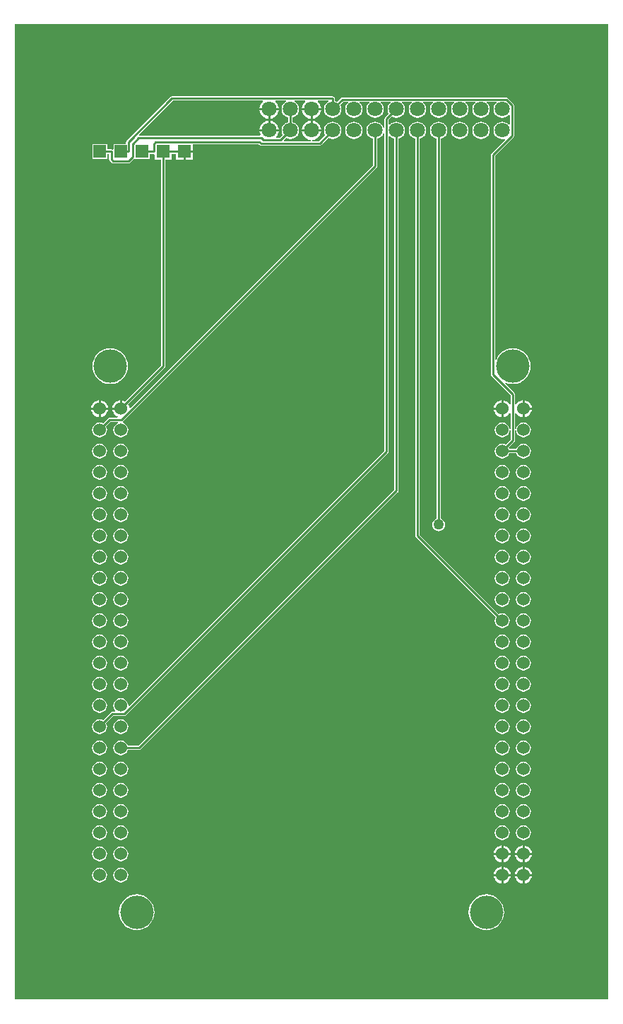
<source format=gbr>
G04 Layer_Physical_Order=1*
G04 Layer_Color=255*
%FSLAX26Y26*%
%MOIN*%
%TF.FileFunction,Copper,L1,Top,Signal*%
%TF.Part,Single*%
G01*
G75*
%TA.AperFunction,Conductor*%
%ADD10C,0.010000*%
%TA.AperFunction,ComponentPad*%
%ADD11C,0.060000*%
%ADD12C,0.157480*%
%ADD13R,0.060000X0.060000*%
%ADD14C,0.070866*%
%TA.AperFunction,ViaPad*%
%ADD15C,0.050000*%
G36*
X2800000Y0D02*
X0D01*
Y4600000D01*
X2800000D01*
Y0D01*
D02*
G37*
%LPC*%
G36*
X2300000Y1222802D02*
X2290863Y1221599D01*
X2282349Y1218072D01*
X2275038Y1212462D01*
X2269428Y1205151D01*
X2265901Y1196637D01*
X2264698Y1187500D01*
X2265901Y1178363D01*
X2269428Y1169849D01*
X2275038Y1162538D01*
X2282349Y1156928D01*
X2290863Y1153401D01*
X2300000Y1152198D01*
X2309137Y1153401D01*
X2317651Y1156928D01*
X2324962Y1162538D01*
X2330572Y1169849D01*
X2334099Y1178363D01*
X2335302Y1187500D01*
X2334099Y1196637D01*
X2330572Y1205151D01*
X2324962Y1212462D01*
X2317651Y1218072D01*
X2309137Y1221599D01*
X2300000Y1222802D01*
D02*
G37*
G36*
X400000D02*
X390863Y1221599D01*
X382349Y1218072D01*
X375038Y1212462D01*
X369428Y1205151D01*
X365901Y1196637D01*
X364698Y1187500D01*
X365901Y1178363D01*
X369428Y1169849D01*
X375038Y1162538D01*
X382349Y1156928D01*
X390863Y1153401D01*
X400000Y1152198D01*
X409137Y1153401D01*
X417651Y1156928D01*
X424962Y1162538D01*
X430572Y1169849D01*
X434099Y1178363D01*
X435302Y1187500D01*
X434099Y1196637D01*
X430572Y1205151D01*
X424962Y1212462D01*
X417651Y1218072D01*
X409137Y1221599D01*
X400000Y1222802D01*
D02*
G37*
G36*
X2400000Y1122802D02*
X2390863Y1121599D01*
X2382349Y1118072D01*
X2375038Y1112462D01*
X2369428Y1105151D01*
X2365901Y1096637D01*
X2364698Y1087500D01*
X2365901Y1078363D01*
X2369428Y1069849D01*
X2375038Y1062538D01*
X2382349Y1056928D01*
X2390863Y1053401D01*
X2400000Y1052198D01*
X2409137Y1053401D01*
X2417651Y1056928D01*
X2424962Y1062538D01*
X2430572Y1069849D01*
X2434099Y1078363D01*
X2435302Y1087500D01*
X2434099Y1096637D01*
X2430572Y1105151D01*
X2424962Y1112462D01*
X2417651Y1118072D01*
X2409137Y1121599D01*
X2400000Y1122802D01*
D02*
G37*
G36*
Y1222802D02*
X2390863Y1221599D01*
X2382349Y1218072D01*
X2375038Y1212462D01*
X2369428Y1205151D01*
X2365901Y1196637D01*
X2364698Y1187500D01*
X2365901Y1178363D01*
X2369428Y1169849D01*
X2375038Y1162538D01*
X2382349Y1156928D01*
X2390863Y1153401D01*
X2400000Y1152198D01*
X2409137Y1153401D01*
X2417651Y1156928D01*
X2424962Y1162538D01*
X2430572Y1169849D01*
X2434099Y1178363D01*
X2435302Y1187500D01*
X2434099Y1196637D01*
X2430572Y1205151D01*
X2424962Y1212462D01*
X2417651Y1218072D01*
X2409137Y1221599D01*
X2400000Y1222802D01*
D02*
G37*
G36*
Y1322802D02*
X2390863Y1321599D01*
X2382349Y1318072D01*
X2375038Y1312462D01*
X2369428Y1305151D01*
X2365901Y1296637D01*
X2364698Y1287500D01*
X2365901Y1278363D01*
X2369428Y1269849D01*
X2375038Y1262538D01*
X2382349Y1256928D01*
X2390863Y1253401D01*
X2400000Y1252198D01*
X2409137Y1253401D01*
X2417651Y1256928D01*
X2424962Y1262538D01*
X2430572Y1269849D01*
X2434099Y1278363D01*
X2435302Y1287500D01*
X2434099Y1296637D01*
X2430572Y1305151D01*
X2424962Y1312462D01*
X2417651Y1318072D01*
X2409137Y1321599D01*
X2400000Y1322802D01*
D02*
G37*
G36*
X2300000D02*
X2290863Y1321599D01*
X2282349Y1318072D01*
X2275038Y1312462D01*
X2269428Y1305151D01*
X2265901Y1296637D01*
X2264698Y1287500D01*
X2265901Y1278363D01*
X2269428Y1269849D01*
X2275038Y1262538D01*
X2282349Y1256928D01*
X2290863Y1253401D01*
X2300000Y1252198D01*
X2309137Y1253401D01*
X2317651Y1256928D01*
X2324962Y1262538D01*
X2330572Y1269849D01*
X2334099Y1278363D01*
X2335302Y1287500D01*
X2334099Y1296637D01*
X2330572Y1305151D01*
X2324962Y1312462D01*
X2317651Y1318072D01*
X2309137Y1321599D01*
X2300000Y1322802D01*
D02*
G37*
G36*
X500000D02*
X490863Y1321599D01*
X482349Y1318072D01*
X475038Y1312462D01*
X469428Y1305151D01*
X465901Y1296637D01*
X464698Y1287500D01*
X465901Y1278363D01*
X469428Y1269849D01*
X475038Y1262538D01*
X482349Y1256928D01*
X490863Y1253401D01*
X500000Y1252198D01*
X509137Y1253401D01*
X517651Y1256928D01*
X524962Y1262538D01*
X530572Y1269849D01*
X534099Y1278363D01*
X535302Y1287500D01*
X534099Y1296637D01*
X530572Y1305151D01*
X524962Y1312462D01*
X517651Y1318072D01*
X509137Y1321599D01*
X500000Y1322802D01*
D02*
G37*
G36*
X2300000Y1022802D02*
X2290863Y1021599D01*
X2282349Y1018072D01*
X2275038Y1012462D01*
X2269428Y1005151D01*
X2265901Y996637D01*
X2264698Y987500D01*
X2265901Y978363D01*
X2269428Y969849D01*
X2275038Y962538D01*
X2282349Y956928D01*
X2290863Y953401D01*
X2300000Y952198D01*
X2309137Y953401D01*
X2317651Y956928D01*
X2324962Y962538D01*
X2330572Y969849D01*
X2334099Y978363D01*
X2335302Y987500D01*
X2334099Y996637D01*
X2330572Y1005151D01*
X2324962Y1012462D01*
X2317651Y1018072D01*
X2309137Y1021599D01*
X2300000Y1022802D01*
D02*
G37*
G36*
X500000D02*
X490863Y1021599D01*
X482349Y1018072D01*
X475038Y1012462D01*
X469428Y1005151D01*
X465901Y996637D01*
X464698Y987500D01*
X465901Y978363D01*
X469428Y969849D01*
X475038Y962538D01*
X482349Y956928D01*
X490863Y953401D01*
X500000Y952198D01*
X509137Y953401D01*
X517651Y956928D01*
X524962Y962538D01*
X530572Y969849D01*
X534099Y978363D01*
X535302Y987500D01*
X534099Y996637D01*
X530572Y1005151D01*
X524962Y1012462D01*
X517651Y1018072D01*
X509137Y1021599D01*
X500000Y1022802D01*
D02*
G37*
G36*
X400000D02*
X390863Y1021599D01*
X382349Y1018072D01*
X375038Y1012462D01*
X369428Y1005151D01*
X365901Y996637D01*
X364698Y987500D01*
X365901Y978363D01*
X369428Y969849D01*
X375038Y962538D01*
X382349Y956928D01*
X390863Y953401D01*
X400000Y952198D01*
X409137Y953401D01*
X417651Y956928D01*
X424962Y962538D01*
X430572Y969849D01*
X434099Y978363D01*
X435302Y987500D01*
X434099Y996637D01*
X430572Y1005151D01*
X424962Y1012462D01*
X417651Y1018072D01*
X409137Y1021599D01*
X400000Y1022802D01*
D02*
G37*
G36*
X2400000D02*
X2390863Y1021599D01*
X2382349Y1018072D01*
X2375038Y1012462D01*
X2369428Y1005151D01*
X2365901Y996637D01*
X2364698Y987500D01*
X2365901Y978363D01*
X2369428Y969849D01*
X2375038Y962538D01*
X2382349Y956928D01*
X2390863Y953401D01*
X2400000Y952198D01*
X2409137Y953401D01*
X2417651Y956928D01*
X2424962Y962538D01*
X2430572Y969849D01*
X2434099Y978363D01*
X2435302Y987500D01*
X2434099Y996637D01*
X2430572Y1005151D01*
X2424962Y1012462D01*
X2417651Y1018072D01*
X2409137Y1021599D01*
X2400000Y1022802D01*
D02*
G37*
G36*
X2300000Y1122802D02*
X2290863Y1121599D01*
X2282349Y1118072D01*
X2275038Y1112462D01*
X2269428Y1105151D01*
X2265901Y1096637D01*
X2264698Y1087500D01*
X2265901Y1078363D01*
X2269428Y1069849D01*
X2275038Y1062538D01*
X2282349Y1056928D01*
X2290863Y1053401D01*
X2300000Y1052198D01*
X2309137Y1053401D01*
X2317651Y1056928D01*
X2324962Y1062538D01*
X2330572Y1069849D01*
X2334099Y1078363D01*
X2335302Y1087500D01*
X2334099Y1096637D01*
X2330572Y1105151D01*
X2324962Y1112462D01*
X2317651Y1118072D01*
X2309137Y1121599D01*
X2300000Y1122802D01*
D02*
G37*
G36*
X500000D02*
X490863Y1121599D01*
X482349Y1118072D01*
X475038Y1112462D01*
X469428Y1105151D01*
X465901Y1096637D01*
X464698Y1087500D01*
X465901Y1078363D01*
X469428Y1069849D01*
X475038Y1062538D01*
X482349Y1056928D01*
X490863Y1053401D01*
X500000Y1052198D01*
X509137Y1053401D01*
X517651Y1056928D01*
X524962Y1062538D01*
X530572Y1069849D01*
X534099Y1078363D01*
X535302Y1087500D01*
X534099Y1096637D01*
X530572Y1105151D01*
X524962Y1112462D01*
X517651Y1118072D01*
X509137Y1121599D01*
X500000Y1122802D01*
D02*
G37*
G36*
X400000D02*
X390863Y1121599D01*
X382349Y1118072D01*
X375038Y1112462D01*
X369428Y1105151D01*
X365901Y1096637D01*
X364698Y1087500D01*
X365901Y1078363D01*
X369428Y1069849D01*
X375038Y1062538D01*
X382349Y1056928D01*
X390863Y1053401D01*
X400000Y1052198D01*
X409137Y1053401D01*
X417651Y1056928D01*
X424962Y1062538D01*
X430572Y1069849D01*
X434099Y1078363D01*
X435302Y1087500D01*
X434099Y1096637D01*
X430572Y1105151D01*
X424962Y1112462D01*
X417651Y1118072D01*
X409137Y1121599D01*
X400000Y1122802D01*
D02*
G37*
G36*
Y1422802D02*
X390863Y1421599D01*
X382349Y1418072D01*
X375038Y1412462D01*
X369428Y1405151D01*
X365901Y1396637D01*
X364698Y1387500D01*
X365901Y1378363D01*
X369428Y1369849D01*
X375038Y1362538D01*
X382349Y1356928D01*
X390863Y1353401D01*
X400000Y1352198D01*
X409137Y1353401D01*
X417651Y1356928D01*
X424962Y1362538D01*
X430572Y1369849D01*
X434099Y1378363D01*
X435302Y1387500D01*
X434099Y1396637D01*
X430572Y1405151D01*
X424962Y1412462D01*
X417651Y1418072D01*
X409137Y1421599D01*
X400000Y1422802D01*
D02*
G37*
G36*
X2400000Y1622802D02*
X2390863Y1621599D01*
X2382349Y1618072D01*
X2375038Y1612462D01*
X2369428Y1605151D01*
X2365901Y1596637D01*
X2364698Y1587500D01*
X2365901Y1578363D01*
X2369428Y1569849D01*
X2375038Y1562538D01*
X2382349Y1556928D01*
X2390863Y1553401D01*
X2400000Y1552198D01*
X2409137Y1553401D01*
X2417651Y1556928D01*
X2424962Y1562538D01*
X2430572Y1569849D01*
X2434099Y1578363D01*
X2435302Y1587500D01*
X2434099Y1596637D01*
X2430572Y1605151D01*
X2424962Y1612462D01*
X2417651Y1618072D01*
X2409137Y1621599D01*
X2400000Y1622802D01*
D02*
G37*
G36*
X2300000D02*
X2290863Y1621599D01*
X2282349Y1618072D01*
X2275038Y1612462D01*
X2269428Y1605151D01*
X2265901Y1596637D01*
X2264698Y1587500D01*
X2265901Y1578363D01*
X2269428Y1569849D01*
X2275038Y1562538D01*
X2282349Y1556928D01*
X2290863Y1553401D01*
X2300000Y1552198D01*
X2309137Y1553401D01*
X2317651Y1556928D01*
X2324962Y1562538D01*
X2330572Y1569849D01*
X2334099Y1578363D01*
X2335302Y1587500D01*
X2334099Y1596637D01*
X2330572Y1605151D01*
X2324962Y1612462D01*
X2317651Y1618072D01*
X2309137Y1621599D01*
X2300000Y1622802D01*
D02*
G37*
G36*
X500000D02*
X490863Y1621599D01*
X482349Y1618072D01*
X475038Y1612462D01*
X469428Y1605151D01*
X465901Y1596637D01*
X464698Y1587500D01*
X465901Y1578363D01*
X469428Y1569849D01*
X475038Y1562538D01*
X482349Y1556928D01*
X490863Y1553401D01*
X500000Y1552198D01*
X509137Y1553401D01*
X517651Y1556928D01*
X524962Y1562538D01*
X530572Y1569849D01*
X534099Y1578363D01*
X535302Y1587500D01*
X534099Y1596637D01*
X530572Y1605151D01*
X524962Y1612462D01*
X517651Y1618072D01*
X509137Y1621599D01*
X500000Y1622802D01*
D02*
G37*
G36*
X400000Y1722802D02*
X390863Y1721599D01*
X382349Y1718072D01*
X375038Y1712462D01*
X369428Y1705151D01*
X365901Y1696637D01*
X364698Y1687500D01*
X365901Y1678363D01*
X369428Y1669849D01*
X375038Y1662538D01*
X382349Y1656928D01*
X390863Y1653401D01*
X400000Y1652198D01*
X409137Y1653401D01*
X417651Y1656928D01*
X424962Y1662538D01*
X430572Y1669849D01*
X434099Y1678363D01*
X435302Y1687500D01*
X434099Y1696637D01*
X430572Y1705151D01*
X424962Y1712462D01*
X417651Y1718072D01*
X409137Y1721599D01*
X400000Y1722802D01*
D02*
G37*
G36*
X2400000D02*
X2390863Y1721599D01*
X2382349Y1718072D01*
X2375038Y1712462D01*
X2369428Y1705151D01*
X2365901Y1696637D01*
X2364698Y1687500D01*
X2365901Y1678363D01*
X2369428Y1669849D01*
X2375038Y1662538D01*
X2382349Y1656928D01*
X2390863Y1653401D01*
X2400000Y1652198D01*
X2409137Y1653401D01*
X2417651Y1656928D01*
X2424962Y1662538D01*
X2430572Y1669849D01*
X2434099Y1678363D01*
X2435302Y1687500D01*
X2434099Y1696637D01*
X2430572Y1705151D01*
X2424962Y1712462D01*
X2417651Y1718072D01*
X2409137Y1721599D01*
X2400000Y1722802D01*
D02*
G37*
G36*
X2300000D02*
X2290863Y1721599D01*
X2282349Y1718072D01*
X2275038Y1712462D01*
X2269428Y1705151D01*
X2265901Y1696637D01*
X2264698Y1687500D01*
X2265901Y1678363D01*
X2269428Y1669849D01*
X2275038Y1662538D01*
X2282349Y1656928D01*
X2290863Y1653401D01*
X2300000Y1652198D01*
X2309137Y1653401D01*
X2317651Y1656928D01*
X2324962Y1662538D01*
X2330572Y1669849D01*
X2334099Y1678363D01*
X2335302Y1687500D01*
X2334099Y1696637D01*
X2330572Y1705151D01*
X2324962Y1712462D01*
X2317651Y1718072D01*
X2309137Y1721599D01*
X2300000Y1722802D01*
D02*
G37*
G36*
X500000D02*
X490863Y1721599D01*
X482349Y1718072D01*
X475038Y1712462D01*
X469428Y1705151D01*
X465901Y1696637D01*
X464698Y1687500D01*
X465901Y1678363D01*
X469428Y1669849D01*
X475038Y1662538D01*
X482349Y1656928D01*
X490863Y1653401D01*
X500000Y1652198D01*
X509137Y1653401D01*
X517651Y1656928D01*
X524962Y1662538D01*
X530572Y1669849D01*
X534099Y1678363D01*
X535302Y1687500D01*
X534099Y1696637D01*
X530572Y1705151D01*
X524962Y1712462D01*
X517651Y1718072D01*
X509137Y1721599D01*
X500000Y1722802D01*
D02*
G37*
G36*
X400000Y1522802D02*
X390863Y1521599D01*
X382349Y1518072D01*
X375038Y1512462D01*
X369428Y1505151D01*
X365901Y1496637D01*
X364698Y1487500D01*
X365901Y1478363D01*
X369428Y1469849D01*
X375038Y1462538D01*
X382349Y1456928D01*
X390863Y1453401D01*
X400000Y1452198D01*
X409137Y1453401D01*
X417651Y1456928D01*
X424962Y1462538D01*
X430572Y1469849D01*
X434099Y1478363D01*
X435302Y1487500D01*
X434099Y1496637D01*
X430572Y1505151D01*
X424962Y1512462D01*
X417651Y1518072D01*
X409137Y1521599D01*
X400000Y1522802D01*
D02*
G37*
G36*
X2400000Y1422802D02*
X2390863Y1421599D01*
X2382349Y1418072D01*
X2375038Y1412462D01*
X2369428Y1405151D01*
X2365901Y1396637D01*
X2364698Y1387500D01*
X2365901Y1378363D01*
X2369428Y1369849D01*
X2375038Y1362538D01*
X2382349Y1356928D01*
X2390863Y1353401D01*
X2400000Y1352198D01*
X2409137Y1353401D01*
X2417651Y1356928D01*
X2424962Y1362538D01*
X2430572Y1369849D01*
X2434099Y1378363D01*
X2435302Y1387500D01*
X2434099Y1396637D01*
X2430572Y1405151D01*
X2424962Y1412462D01*
X2417651Y1418072D01*
X2409137Y1421599D01*
X2400000Y1422802D01*
D02*
G37*
G36*
X2300000D02*
X2290863Y1421599D01*
X2282349Y1418072D01*
X2275038Y1412462D01*
X2269428Y1405151D01*
X2265901Y1396637D01*
X2264698Y1387500D01*
X2265901Y1378363D01*
X2269428Y1369849D01*
X2275038Y1362538D01*
X2282349Y1356928D01*
X2290863Y1353401D01*
X2300000Y1352198D01*
X2309137Y1353401D01*
X2317651Y1356928D01*
X2324962Y1362538D01*
X2330572Y1369849D01*
X2334099Y1378363D01*
X2335302Y1387500D01*
X2334099Y1396637D01*
X2330572Y1405151D01*
X2324962Y1412462D01*
X2317651Y1418072D01*
X2309137Y1421599D01*
X2300000Y1422802D01*
D02*
G37*
G36*
X500000Y1522802D02*
X490863Y1521599D01*
X482349Y1518072D01*
X475038Y1512462D01*
X469428Y1505151D01*
X465901Y1496637D01*
X464698Y1487500D01*
X465901Y1478363D01*
X469428Y1469849D01*
X475038Y1462538D01*
X482349Y1456928D01*
X490863Y1453401D01*
X500000Y1452198D01*
X509137Y1453401D01*
X517651Y1456928D01*
X524962Y1462538D01*
X530572Y1469849D01*
X534099Y1478363D01*
X535302Y1487500D01*
X534099Y1496637D01*
X530572Y1505151D01*
X524962Y1512462D01*
X517651Y1518072D01*
X509137Y1521599D01*
X500000Y1522802D01*
D02*
G37*
G36*
X400000Y1622802D02*
X390863Y1621599D01*
X382349Y1618072D01*
X375038Y1612462D01*
X369428Y1605151D01*
X365901Y1596637D01*
X364698Y1587500D01*
X365901Y1578363D01*
X369428Y1569849D01*
X375038Y1562538D01*
X382349Y1556928D01*
X390863Y1553401D01*
X400000Y1552198D01*
X409137Y1553401D01*
X417651Y1556928D01*
X424962Y1562538D01*
X430572Y1569849D01*
X434099Y1578363D01*
X435302Y1587500D01*
X434099Y1596637D01*
X430572Y1605151D01*
X424962Y1612462D01*
X417651Y1618072D01*
X409137Y1621599D01*
X400000Y1622802D01*
D02*
G37*
G36*
X2400000Y1522802D02*
X2390863Y1521599D01*
X2382349Y1518072D01*
X2375038Y1512462D01*
X2369428Y1505151D01*
X2365901Y1496637D01*
X2364698Y1487500D01*
X2365901Y1478363D01*
X2369428Y1469849D01*
X2375038Y1462538D01*
X2382349Y1456928D01*
X2390863Y1453401D01*
X2400000Y1452198D01*
X2409137Y1453401D01*
X2417651Y1456928D01*
X2424962Y1462538D01*
X2430572Y1469849D01*
X2434099Y1478363D01*
X2435302Y1487500D01*
X2434099Y1496637D01*
X2430572Y1505151D01*
X2424962Y1512462D01*
X2417651Y1518072D01*
X2409137Y1521599D01*
X2400000Y1522802D01*
D02*
G37*
G36*
X2300000D02*
X2290863Y1521599D01*
X2282349Y1518072D01*
X2275038Y1512462D01*
X2269428Y1505151D01*
X2265901Y1496637D01*
X2264698Y1487500D01*
X2265901Y1478363D01*
X2269428Y1469849D01*
X2275038Y1462538D01*
X2282349Y1456928D01*
X2290863Y1453401D01*
X2300000Y1452198D01*
X2309137Y1453401D01*
X2317651Y1456928D01*
X2324962Y1462538D01*
X2330572Y1469849D01*
X2334099Y1478363D01*
X2335302Y1487500D01*
X2334099Y1496637D01*
X2330572Y1505151D01*
X2324962Y1512462D01*
X2317651Y1518072D01*
X2309137Y1521599D01*
X2300000Y1522802D01*
D02*
G37*
G36*
X2400000Y922802D02*
X2390863Y921599D01*
X2382349Y918072D01*
X2375038Y912462D01*
X2369428Y905151D01*
X2365901Y896637D01*
X2364698Y887500D01*
X2365901Y878363D01*
X2369428Y869849D01*
X2375038Y862538D01*
X2382349Y856928D01*
X2390863Y853401D01*
X2400000Y852198D01*
X2409137Y853401D01*
X2417651Y856928D01*
X2424962Y862538D01*
X2430572Y869849D01*
X2434099Y878363D01*
X2435302Y887500D01*
X2434099Y896637D01*
X2430572Y905151D01*
X2424962Y912462D01*
X2417651Y918072D01*
X2409137Y921599D01*
X2400000Y922802D01*
D02*
G37*
G36*
X2395000Y627187D02*
X2389558Y626471D01*
X2379827Y622440D01*
X2371472Y616028D01*
X2365060Y607673D01*
X2361030Y597942D01*
X2360313Y592500D01*
X2395000D01*
Y627187D01*
D02*
G37*
G36*
X2295000D02*
X2289558Y626471D01*
X2279827Y622440D01*
X2271472Y616028D01*
X2265060Y607673D01*
X2261030Y597942D01*
X2260313Y592500D01*
X2295000D01*
Y627187D01*
D02*
G37*
G36*
X500000Y622802D02*
X490863Y621599D01*
X482349Y618072D01*
X475038Y612462D01*
X469428Y605151D01*
X465901Y596637D01*
X464698Y587500D01*
X465901Y578363D01*
X469428Y569849D01*
X475038Y562538D01*
X482349Y556928D01*
X490863Y553401D01*
X500000Y552198D01*
X509137Y553401D01*
X517651Y556928D01*
X524962Y562538D01*
X530572Y569849D01*
X534099Y578363D01*
X535302Y587500D01*
X534099Y596637D01*
X530572Y605151D01*
X524962Y612462D01*
X517651Y618072D01*
X509137Y621599D01*
X500000Y622802D01*
D02*
G37*
G36*
X2305000Y627187D02*
Y592500D01*
X2339687D01*
X2338970Y597942D01*
X2334940Y607673D01*
X2328528Y616028D01*
X2320173Y622440D01*
X2310442Y626471D01*
X2305000Y627187D01*
D02*
G37*
G36*
X2395000Y682500D02*
X2360313D01*
X2361030Y677058D01*
X2365060Y667327D01*
X2371472Y658972D01*
X2379827Y652560D01*
X2389558Y648529D01*
X2395000Y647813D01*
Y682500D01*
D02*
G37*
G36*
X2295000D02*
X2260313D01*
X2261030Y677058D01*
X2265060Y667327D01*
X2271472Y658972D01*
X2279827Y652560D01*
X2289558Y648529D01*
X2295000Y647813D01*
Y682500D01*
D02*
G37*
G36*
X2405000Y627187D02*
Y592500D01*
X2439687D01*
X2438970Y597942D01*
X2434940Y607673D01*
X2428528Y616028D01*
X2420173Y622440D01*
X2410442Y626471D01*
X2405000Y627187D01*
D02*
G37*
G36*
X2295000Y582500D02*
X2260313D01*
X2261030Y577058D01*
X2265060Y567327D01*
X2271472Y558972D01*
X2279827Y552560D01*
X2289558Y548529D01*
X2295000Y547813D01*
Y582500D01*
D02*
G37*
G36*
X2225000Y496645D02*
X2208584Y495029D01*
X2192799Y490240D01*
X2178251Y482464D01*
X2165500Y472000D01*
X2155036Y459249D01*
X2147260Y444701D01*
X2142472Y428916D01*
X2140855Y412500D01*
X2142472Y396084D01*
X2147260Y380299D01*
X2155036Y365751D01*
X2165500Y353000D01*
X2178251Y342536D01*
X2192799Y334760D01*
X2208584Y329971D01*
X2225000Y328355D01*
X2241416Y329971D01*
X2257201Y334760D01*
X2271749Y342536D01*
X2284500Y353000D01*
X2294964Y365751D01*
X2302740Y380299D01*
X2307528Y396084D01*
X2309145Y412500D01*
X2307528Y428916D01*
X2302740Y444701D01*
X2294964Y459249D01*
X2284500Y472000D01*
X2271749Y482464D01*
X2257201Y490240D01*
X2241416Y495029D01*
X2225000Y496645D01*
D02*
G37*
G36*
X575000D02*
X558584Y495029D01*
X542799Y490240D01*
X528251Y482464D01*
X515500Y472000D01*
X505036Y459249D01*
X497260Y444701D01*
X492471Y428916D01*
X490855Y412500D01*
X492471Y396084D01*
X497260Y380299D01*
X505036Y365751D01*
X515500Y353000D01*
X528251Y342536D01*
X542799Y334760D01*
X558584Y329971D01*
X575000Y328355D01*
X591416Y329971D01*
X607201Y334760D01*
X621749Y342536D01*
X634500Y353000D01*
X644964Y365751D01*
X652740Y380299D01*
X657529Y396084D01*
X659145Y412500D01*
X657529Y428916D01*
X652740Y444701D01*
X644964Y459249D01*
X634500Y472000D01*
X621749Y482464D01*
X607201Y490240D01*
X591416Y495029D01*
X575000Y496645D01*
D02*
G37*
G36*
X2395000Y582500D02*
X2360313D01*
X2361030Y577058D01*
X2365060Y567327D01*
X2371472Y558972D01*
X2379827Y552560D01*
X2389558Y548529D01*
X2395000Y547813D01*
Y582500D01*
D02*
G37*
G36*
X400000Y622802D02*
X390863Y621599D01*
X382349Y618072D01*
X375038Y612462D01*
X369428Y605151D01*
X365901Y596637D01*
X364698Y587500D01*
X365901Y578363D01*
X369428Y569849D01*
X375038Y562538D01*
X382349Y556928D01*
X390863Y553401D01*
X400000Y552198D01*
X409137Y553401D01*
X417651Y556928D01*
X424962Y562538D01*
X430572Y569849D01*
X434099Y578363D01*
X435302Y587500D01*
X434099Y596637D01*
X430572Y605151D01*
X424962Y612462D01*
X417651Y618072D01*
X409137Y621599D01*
X400000Y622802D01*
D02*
G37*
G36*
X2439687Y582500D02*
X2405000D01*
Y547813D01*
X2410442Y548529D01*
X2420173Y552560D01*
X2428528Y558972D01*
X2434940Y567327D01*
X2438970Y577058D01*
X2439687Y582500D01*
D02*
G37*
G36*
X2339687D02*
X2305000D01*
Y547813D01*
X2310442Y548529D01*
X2320173Y552560D01*
X2328528Y558972D01*
X2334940Y567327D01*
X2338970Y577058D01*
X2339687Y582500D01*
D02*
G37*
G36*
Y682500D02*
X2305000D01*
Y647813D01*
X2310442Y648529D01*
X2320173Y652560D01*
X2328528Y658972D01*
X2334940Y667327D01*
X2338970Y677058D01*
X2339687Y682500D01*
D02*
G37*
G36*
X2300000Y822802D02*
X2290863Y821599D01*
X2282349Y818072D01*
X2275038Y812462D01*
X2269428Y805151D01*
X2265901Y796637D01*
X2264698Y787500D01*
X2265901Y778363D01*
X2269428Y769849D01*
X2275038Y762538D01*
X2282349Y756928D01*
X2290863Y753401D01*
X2300000Y752198D01*
X2309137Y753401D01*
X2317651Y756928D01*
X2324962Y762538D01*
X2330572Y769849D01*
X2334099Y778363D01*
X2335302Y787500D01*
X2334099Y796637D01*
X2330572Y805151D01*
X2324962Y812462D01*
X2317651Y818072D01*
X2309137Y821599D01*
X2300000Y822802D01*
D02*
G37*
G36*
X500000D02*
X490863Y821599D01*
X482349Y818072D01*
X475038Y812462D01*
X469428Y805151D01*
X465901Y796637D01*
X464698Y787500D01*
X465901Y778363D01*
X469428Y769849D01*
X475038Y762538D01*
X482349Y756928D01*
X490863Y753401D01*
X500000Y752198D01*
X509137Y753401D01*
X517651Y756928D01*
X524962Y762538D01*
X530572Y769849D01*
X534099Y778363D01*
X535302Y787500D01*
X534099Y796637D01*
X530572Y805151D01*
X524962Y812462D01*
X517651Y818072D01*
X509137Y821599D01*
X500000Y822802D01*
D02*
G37*
G36*
X400000D02*
X390863Y821599D01*
X382349Y818072D01*
X375038Y812462D01*
X369428Y805151D01*
X365901Y796637D01*
X364698Y787500D01*
X365901Y778363D01*
X369428Y769849D01*
X375038Y762538D01*
X382349Y756928D01*
X390863Y753401D01*
X400000Y752198D01*
X409137Y753401D01*
X417651Y756928D01*
X424962Y762538D01*
X430572Y769849D01*
X434099Y778363D01*
X435302Y787500D01*
X434099Y796637D01*
X430572Y805151D01*
X424962Y812462D01*
X417651Y818072D01*
X409137Y821599D01*
X400000Y822802D01*
D02*
G37*
G36*
X2400000D02*
X2390863Y821599D01*
X2382349Y818072D01*
X2375038Y812462D01*
X2369428Y805151D01*
X2365901Y796637D01*
X2364698Y787500D01*
X2365901Y778363D01*
X2369428Y769849D01*
X2375038Y762538D01*
X2382349Y756928D01*
X2390863Y753401D01*
X2400000Y752198D01*
X2409137Y753401D01*
X2417651Y756928D01*
X2424962Y762538D01*
X2430572Y769849D01*
X2434099Y778363D01*
X2435302Y787500D01*
X2434099Y796637D01*
X2430572Y805151D01*
X2424962Y812462D01*
X2417651Y818072D01*
X2409137Y821599D01*
X2400000Y822802D01*
D02*
G37*
G36*
X2300000Y922802D02*
X2290863Y921599D01*
X2282349Y918072D01*
X2275038Y912462D01*
X2269428Y905151D01*
X2265901Y896637D01*
X2264698Y887500D01*
X2265901Y878363D01*
X2269428Y869849D01*
X2275038Y862538D01*
X2282349Y856928D01*
X2290863Y853401D01*
X2300000Y852198D01*
X2309137Y853401D01*
X2317651Y856928D01*
X2324962Y862538D01*
X2330572Y869849D01*
X2334099Y878363D01*
X2335302Y887500D01*
X2334099Y896637D01*
X2330572Y905151D01*
X2324962Y912462D01*
X2317651Y918072D01*
X2309137Y921599D01*
X2300000Y922802D01*
D02*
G37*
G36*
X500000D02*
X490863Y921599D01*
X482349Y918072D01*
X475038Y912462D01*
X469428Y905151D01*
X465901Y896637D01*
X464698Y887500D01*
X465901Y878363D01*
X469428Y869849D01*
X475038Y862538D01*
X482349Y856928D01*
X490863Y853401D01*
X500000Y852198D01*
X509137Y853401D01*
X517651Y856928D01*
X524962Y862538D01*
X530572Y869849D01*
X534099Y878363D01*
X535302Y887500D01*
X534099Y896637D01*
X530572Y905151D01*
X524962Y912462D01*
X517651Y918072D01*
X509137Y921599D01*
X500000Y922802D01*
D02*
G37*
G36*
X400000D02*
X390863Y921599D01*
X382349Y918072D01*
X375038Y912462D01*
X369428Y905151D01*
X365901Y896637D01*
X364698Y887500D01*
X365901Y878363D01*
X369428Y869849D01*
X375038Y862538D01*
X382349Y856928D01*
X390863Y853401D01*
X400000Y852198D01*
X409137Y853401D01*
X417651Y856928D01*
X424962Y862538D01*
X430572Y869849D01*
X434099Y878363D01*
X435302Y887500D01*
X434099Y896637D01*
X430572Y905151D01*
X424962Y912462D01*
X417651Y918072D01*
X409137Y921599D01*
X400000Y922802D01*
D02*
G37*
G36*
X500000Y722802D02*
X490863Y721599D01*
X482349Y718072D01*
X475038Y712462D01*
X469428Y705151D01*
X465901Y696637D01*
X464698Y687500D01*
X465901Y678363D01*
X469428Y669849D01*
X475038Y662538D01*
X482349Y656928D01*
X490863Y653401D01*
X500000Y652198D01*
X509137Y653401D01*
X517651Y656928D01*
X524962Y662538D01*
X530572Y669849D01*
X534099Y678363D01*
X535302Y687500D01*
X534099Y696637D01*
X530572Y705151D01*
X524962Y712462D01*
X517651Y718072D01*
X509137Y721599D01*
X500000Y722802D01*
D02*
G37*
G36*
X400000D02*
X390863Y721599D01*
X382349Y718072D01*
X375038Y712462D01*
X369428Y705151D01*
X365901Y696637D01*
X364698Y687500D01*
X365901Y678363D01*
X369428Y669849D01*
X375038Y662538D01*
X382349Y656928D01*
X390863Y653401D01*
X400000Y652198D01*
X409137Y653401D01*
X417651Y656928D01*
X424962Y662538D01*
X430572Y669849D01*
X434099Y678363D01*
X435302Y687500D01*
X434099Y696637D01*
X430572Y705151D01*
X424962Y712462D01*
X417651Y718072D01*
X409137Y721599D01*
X400000Y722802D01*
D02*
G37*
G36*
X2439687Y682500D02*
X2405000D01*
Y647813D01*
X2410442Y648529D01*
X2420173Y652560D01*
X2428528Y658972D01*
X2434940Y667327D01*
X2438970Y677058D01*
X2439687Y682500D01*
D02*
G37*
G36*
X2295000Y727187D02*
X2289558Y726471D01*
X2279827Y722440D01*
X2271472Y716028D01*
X2265060Y707673D01*
X2261030Y697942D01*
X2260313Y692500D01*
X2295000D01*
Y727187D01*
D02*
G37*
G36*
X2405000D02*
Y692500D01*
X2439687D01*
X2438970Y697942D01*
X2434940Y707673D01*
X2428528Y716028D01*
X2420173Y722440D01*
X2410442Y726471D01*
X2405000Y727187D01*
D02*
G37*
G36*
X2305000D02*
Y692500D01*
X2339687D01*
X2338970Y697942D01*
X2334940Y707673D01*
X2328528Y716028D01*
X2320173Y722440D01*
X2310442Y726471D01*
X2305000Y727187D01*
D02*
G37*
G36*
X2395000D02*
X2389558Y726471D01*
X2379827Y722440D01*
X2371472Y716028D01*
X2365060Y707673D01*
X2361030Y697942D01*
X2360313Y692500D01*
X2395000D01*
Y727187D01*
D02*
G37*
G36*
X2400000Y2522802D02*
X2390863Y2521599D01*
X2382349Y2518072D01*
X2375038Y2512462D01*
X2369428Y2505151D01*
X2365901Y2496637D01*
X2364698Y2487500D01*
X2365901Y2478363D01*
X2369428Y2469849D01*
X2375038Y2462538D01*
X2382349Y2456928D01*
X2390863Y2453401D01*
X2400000Y2452198D01*
X2409137Y2453401D01*
X2417651Y2456928D01*
X2424962Y2462538D01*
X2430572Y2469849D01*
X2434099Y2478363D01*
X2435302Y2487500D01*
X2434099Y2496637D01*
X2430572Y2505151D01*
X2424962Y2512462D01*
X2417651Y2518072D01*
X2409137Y2521599D01*
X2400000Y2522802D01*
D02*
G37*
G36*
X2300000D02*
X2290863Y2521599D01*
X2282349Y2518072D01*
X2275038Y2512462D01*
X2269428Y2505151D01*
X2265901Y2496637D01*
X2264698Y2487500D01*
X2265901Y2478363D01*
X2269428Y2469849D01*
X2275038Y2462538D01*
X2282349Y2456928D01*
X2290863Y2453401D01*
X2300000Y2452198D01*
X2309137Y2453401D01*
X2317651Y2456928D01*
X2324962Y2462538D01*
X2330572Y2469849D01*
X2334099Y2478363D01*
X2335302Y2487500D01*
X2334099Y2496637D01*
X2330572Y2505151D01*
X2324962Y2512462D01*
X2317651Y2518072D01*
X2309137Y2521599D01*
X2300000Y2522802D01*
D02*
G37*
G36*
X500000D02*
X490863Y2521599D01*
X482349Y2518072D01*
X475038Y2512462D01*
X469428Y2505151D01*
X465901Y2496637D01*
X464698Y2487500D01*
X465901Y2478363D01*
X469428Y2469849D01*
X475038Y2462538D01*
X482349Y2456928D01*
X490863Y2453401D01*
X500000Y2452198D01*
X509137Y2453401D01*
X517651Y2456928D01*
X524962Y2462538D01*
X530572Y2469849D01*
X534099Y2478363D01*
X535302Y2487500D01*
X534099Y2496637D01*
X530572Y2505151D01*
X524962Y2512462D01*
X517651Y2518072D01*
X509137Y2521599D01*
X500000Y2522802D01*
D02*
G37*
G36*
X395000Y2782500D02*
X360313D01*
X361029Y2777058D01*
X365060Y2767327D01*
X371472Y2758972D01*
X379827Y2752560D01*
X389558Y2748530D01*
X395000Y2747813D01*
Y2782500D01*
D02*
G37*
G36*
X500000Y2622802D02*
X490863Y2621599D01*
X482349Y2618072D01*
X475038Y2612462D01*
X469428Y2605151D01*
X465901Y2596637D01*
X464698Y2587500D01*
X465901Y2578363D01*
X469428Y2569849D01*
X475038Y2562538D01*
X482349Y2556928D01*
X490863Y2553401D01*
X500000Y2552198D01*
X509137Y2553401D01*
X517651Y2556928D01*
X524962Y2562538D01*
X530572Y2569849D01*
X534099Y2578363D01*
X535302Y2587500D01*
X534099Y2596637D01*
X530572Y2605151D01*
X524962Y2612462D01*
X517651Y2618072D01*
X509137Y2621599D01*
X500000Y2622802D01*
D02*
G37*
G36*
X400000D02*
X390863Y2621599D01*
X382349Y2618072D01*
X375038Y2612462D01*
X369428Y2605151D01*
X365901Y2596637D01*
X364698Y2587500D01*
X365901Y2578363D01*
X369428Y2569849D01*
X375038Y2562538D01*
X382349Y2556928D01*
X390863Y2553401D01*
X400000Y2552198D01*
X409137Y2553401D01*
X417651Y2556928D01*
X424962Y2562538D01*
X430572Y2569849D01*
X434099Y2578363D01*
X435302Y2587500D01*
X434099Y2596637D01*
X430572Y2605151D01*
X424962Y2612462D01*
X417651Y2618072D01*
X409137Y2621599D01*
X400000Y2622802D01*
D02*
G37*
G36*
X500000Y2422802D02*
X490863Y2421599D01*
X482349Y2418072D01*
X475038Y2412462D01*
X469428Y2405151D01*
X465901Y2396637D01*
X464698Y2387500D01*
X465901Y2378363D01*
X469428Y2369849D01*
X475038Y2362538D01*
X482349Y2356928D01*
X490863Y2353401D01*
X500000Y2352198D01*
X509137Y2353401D01*
X517651Y2356928D01*
X524962Y2362538D01*
X530572Y2369849D01*
X534099Y2378363D01*
X535302Y2387500D01*
X534099Y2396637D01*
X530572Y2405151D01*
X524962Y2412462D01*
X517651Y2418072D01*
X509137Y2421599D01*
X500000Y2422802D01*
D02*
G37*
G36*
X400000D02*
X390863Y2421599D01*
X382349Y2418072D01*
X375038Y2412462D01*
X369428Y2405151D01*
X365901Y2396637D01*
X364698Y2387500D01*
X365901Y2378363D01*
X369428Y2369849D01*
X375038Y2362538D01*
X382349Y2356928D01*
X390863Y2353401D01*
X400000Y2352198D01*
X409137Y2353401D01*
X417651Y2356928D01*
X424962Y2362538D01*
X430572Y2369849D01*
X434099Y2378363D01*
X435302Y2387500D01*
X434099Y2396637D01*
X430572Y2405151D01*
X424962Y2412462D01*
X417651Y2418072D01*
X409137Y2421599D01*
X400000Y2422802D01*
D02*
G37*
G36*
X2400000Y2322802D02*
X2390863Y2321599D01*
X2382349Y2318072D01*
X2375038Y2312462D01*
X2369428Y2305151D01*
X2365901Y2296637D01*
X2364698Y2287500D01*
X2365901Y2278363D01*
X2369428Y2269849D01*
X2375038Y2262538D01*
X2382349Y2256928D01*
X2390863Y2253401D01*
X2400000Y2252198D01*
X2409137Y2253401D01*
X2417651Y2256928D01*
X2424962Y2262538D01*
X2430572Y2269849D01*
X2434099Y2278363D01*
X2435302Y2287500D01*
X2434099Y2296637D01*
X2430572Y2305151D01*
X2424962Y2312462D01*
X2417651Y2318072D01*
X2409137Y2321599D01*
X2400000Y2322802D01*
D02*
G37*
G36*
X400000Y2522802D02*
X390863Y2521599D01*
X382349Y2518072D01*
X375038Y2512462D01*
X369428Y2505151D01*
X365901Y2496637D01*
X364698Y2487500D01*
X365901Y2478363D01*
X369428Y2469849D01*
X375038Y2462538D01*
X382349Y2456928D01*
X390863Y2453401D01*
X400000Y2452198D01*
X409137Y2453401D01*
X417651Y2456928D01*
X424962Y2462538D01*
X430572Y2469849D01*
X434099Y2478363D01*
X435302Y2487500D01*
X434099Y2496637D01*
X430572Y2505151D01*
X424962Y2512462D01*
X417651Y2518072D01*
X409137Y2521599D01*
X400000Y2522802D01*
D02*
G37*
G36*
X2400000Y2422802D02*
X2390863Y2421599D01*
X2382349Y2418072D01*
X2375038Y2412462D01*
X2369428Y2405151D01*
X2365901Y2396637D01*
X2364698Y2387500D01*
X2365901Y2378363D01*
X2369428Y2369849D01*
X2375038Y2362538D01*
X2382349Y2356928D01*
X2390863Y2353401D01*
X2400000Y2352198D01*
X2409137Y2353401D01*
X2417651Y2356928D01*
X2424962Y2362538D01*
X2430572Y2369849D01*
X2434099Y2378363D01*
X2435302Y2387500D01*
X2434099Y2396637D01*
X2430572Y2405151D01*
X2424962Y2412462D01*
X2417651Y2418072D01*
X2409137Y2421599D01*
X2400000Y2422802D01*
D02*
G37*
G36*
X2300000D02*
X2290863Y2421599D01*
X2282349Y2418072D01*
X2275038Y2412462D01*
X2269428Y2405151D01*
X2265901Y2396637D01*
X2264698Y2387500D01*
X2265901Y2378363D01*
X2269428Y2369849D01*
X2275038Y2362538D01*
X2282349Y2356928D01*
X2290863Y2353401D01*
X2300000Y2352198D01*
X2309137Y2353401D01*
X2317651Y2356928D01*
X2324962Y2362538D01*
X2330572Y2369849D01*
X2334099Y2378363D01*
X2335302Y2387500D01*
X2334099Y2396637D01*
X2330572Y2405151D01*
X2324962Y2412462D01*
X2317651Y2418072D01*
X2309137Y2421599D01*
X2300000Y2422802D01*
D02*
G37*
G36*
X450000Y3071645D02*
X433584Y3070028D01*
X417799Y3065240D01*
X403251Y3057464D01*
X390500Y3047000D01*
X380036Y3034249D01*
X372260Y3019701D01*
X367471Y3003916D01*
X365855Y2987500D01*
X367471Y2971084D01*
X372260Y2955299D01*
X380036Y2940751D01*
X390500Y2928000D01*
X403251Y2917536D01*
X417799Y2909760D01*
X433584Y2904972D01*
X450000Y2903355D01*
X466416Y2904972D01*
X482201Y2909760D01*
X496749Y2917536D01*
X509500Y2928000D01*
X519964Y2940751D01*
X527740Y2955299D01*
X532529Y2971084D01*
X534145Y2987500D01*
X532529Y3003916D01*
X527740Y3019701D01*
X519964Y3034249D01*
X509500Y3047000D01*
X496749Y3057464D01*
X482201Y3065240D01*
X466416Y3070028D01*
X450000Y3071645D01*
D02*
G37*
G36*
X2405000Y2827187D02*
Y2792500D01*
X2439687D01*
X2438970Y2797942D01*
X2434940Y2807673D01*
X2428528Y2816028D01*
X2420173Y2822440D01*
X2410442Y2826470D01*
X2405000Y2827187D01*
D02*
G37*
G36*
X405000D02*
Y2792500D01*
X439687D01*
X438971Y2797942D01*
X434940Y2807673D01*
X428528Y2816028D01*
X420173Y2822440D01*
X410442Y2826470D01*
X405000Y2827187D01*
D02*
G37*
G36*
X1500000Y4260629D02*
X740936D01*
X737034Y4259853D01*
X733726Y4257643D01*
X527790Y4051707D01*
X525580Y4048399D01*
X524804Y4044497D01*
Y4035000D01*
X465000D01*
Y4011348D01*
X460000Y4008686D01*
X458902Y4009420D01*
X455000Y4010196D01*
X435000D01*
Y4035000D01*
X365000D01*
Y3965000D01*
X435000D01*
Y3989804D01*
X444804D01*
Y3963787D01*
X445580Y3959885D01*
X447790Y3956577D01*
X456577Y3947790D01*
X459885Y3945580D01*
X463787Y3944804D01*
X536213D01*
X540115Y3945580D01*
X543423Y3947790D01*
X560185Y3964553D01*
X565000Y3965000D01*
X565000Y3965000D01*
X565000Y3965000D01*
X635000D01*
Y3989804D01*
X655000D01*
X660000Y3985758D01*
Y3960000D01*
X689804D01*
Y2991723D01*
X520370Y2822289D01*
X520173Y2822440D01*
X510442Y2826470D01*
X505000Y2827187D01*
Y2787500D01*
X500000D01*
Y2782500D01*
X460313D01*
X461029Y2777058D01*
X465060Y2767327D01*
X471472Y2758972D01*
X479827Y2752560D01*
X485535Y2750196D01*
X484540Y2745196D01*
X447500D01*
X443598Y2744420D01*
X440290Y2742210D01*
X416592Y2718511D01*
X409137Y2721599D01*
X400000Y2722802D01*
X390863Y2721599D01*
X382349Y2718072D01*
X375038Y2712462D01*
X369428Y2705151D01*
X365901Y2696637D01*
X364698Y2687500D01*
X365901Y2678363D01*
X369428Y2669849D01*
X375038Y2662538D01*
X382349Y2656928D01*
X390863Y2653401D01*
X400000Y2652198D01*
X409137Y2653401D01*
X417651Y2656928D01*
X424962Y2662538D01*
X430572Y2669849D01*
X434099Y2678363D01*
X435302Y2687500D01*
X434099Y2696637D01*
X431011Y2704092D01*
X451723Y2724804D01*
X485535D01*
X486530Y2719804D01*
X482349Y2718072D01*
X475038Y2712462D01*
X469428Y2705151D01*
X465901Y2696637D01*
X464698Y2687500D01*
X465901Y2678363D01*
X469428Y2669849D01*
X475038Y2662538D01*
X482349Y2656928D01*
X490863Y2653401D01*
X500000Y2652198D01*
X509137Y2653401D01*
X517651Y2656928D01*
X524962Y2662538D01*
X530572Y2669849D01*
X534099Y2678363D01*
X535302Y2687500D01*
X534099Y2696637D01*
X530572Y2705151D01*
X524962Y2712462D01*
X517651Y2718072D01*
X509947Y2721264D01*
X509326Y2724276D01*
X509490Y2726596D01*
X511278Y2727790D01*
X1707210Y3923722D01*
X1709420Y3927030D01*
X1710196Y3930932D01*
Y4060560D01*
X1710555Y4060608D01*
X1720391Y4064682D01*
X1728837Y4071163D01*
X1735318Y4079609D01*
X1739392Y4089445D01*
X1744371Y4088955D01*
Y2589722D01*
X539763Y1385114D01*
X536749Y1386601D01*
X535276Y1387698D01*
X534099Y1396637D01*
X530572Y1405151D01*
X524962Y1412462D01*
X517651Y1418072D01*
X509137Y1421599D01*
X500000Y1422802D01*
X490863Y1421599D01*
X482349Y1418072D01*
X475038Y1412462D01*
X469428Y1405151D01*
X465901Y1396637D01*
X464698Y1387500D01*
X465901Y1378363D01*
X469428Y1369849D01*
X474916Y1362696D01*
X474651Y1360879D01*
X473570Y1357696D01*
X460000D01*
X456098Y1356920D01*
X452790Y1354710D01*
X416592Y1318511D01*
X409137Y1321599D01*
X400000Y1322802D01*
X390863Y1321599D01*
X382349Y1318072D01*
X375038Y1312462D01*
X369428Y1305151D01*
X365901Y1296637D01*
X364698Y1287500D01*
X365901Y1278363D01*
X369428Y1269849D01*
X375038Y1262538D01*
X382349Y1256928D01*
X390863Y1253401D01*
X400000Y1252198D01*
X409137Y1253401D01*
X417651Y1256928D01*
X424962Y1262538D01*
X430572Y1269849D01*
X434099Y1278363D01*
X435302Y1287500D01*
X434099Y1296637D01*
X431011Y1304092D01*
X464223Y1337304D01*
X516568D01*
X520470Y1338080D01*
X523778Y1340290D01*
X1761776Y2578289D01*
X1763987Y2581597D01*
X1764763Y2585498D01*
Y4071726D01*
X1769497Y4073333D01*
X1771163Y4071163D01*
X1779609Y4064682D01*
X1789445Y4060608D01*
X1789804Y4060560D01*
Y2404223D01*
X583277Y1197696D01*
X533660D01*
X530572Y1205151D01*
X524962Y1212462D01*
X517651Y1218072D01*
X509137Y1221599D01*
X500000Y1222802D01*
X490863Y1221599D01*
X482349Y1218072D01*
X475038Y1212462D01*
X469428Y1205151D01*
X465901Y1196637D01*
X464698Y1187500D01*
X465901Y1178363D01*
X469428Y1169849D01*
X475038Y1162538D01*
X482349Y1156928D01*
X490863Y1153401D01*
X500000Y1152198D01*
X509137Y1153401D01*
X517651Y1156928D01*
X524962Y1162538D01*
X530572Y1169849D01*
X533660Y1177304D01*
X587500D01*
X591402Y1178080D01*
X594710Y1180290D01*
X1807210Y2392790D01*
X1809420Y2396098D01*
X1810196Y2400000D01*
Y4060560D01*
X1810555Y4060608D01*
X1820391Y4064682D01*
X1828837Y4071163D01*
X1835318Y4079609D01*
X1839392Y4089445D01*
X1840782Y4100000D01*
X1839392Y4110555D01*
X1835318Y4120391D01*
X1828837Y4128837D01*
X1820391Y4135318D01*
X1810555Y4139392D01*
X1800000Y4140782D01*
X1789445Y4139392D01*
X1779609Y4135318D01*
X1771163Y4128837D01*
X1769497Y4126667D01*
X1764763Y4128274D01*
Y4150344D01*
X1779322Y4164902D01*
X1779609Y4164682D01*
X1789445Y4160608D01*
X1800000Y4159218D01*
X1810555Y4160608D01*
X1820391Y4164682D01*
X1828837Y4171163D01*
X1835318Y4179609D01*
X1839392Y4189445D01*
X1840782Y4200000D01*
X1839392Y4210555D01*
X1835318Y4220391D01*
X1828837Y4228837D01*
X1826667Y4230502D01*
X1828274Y4235237D01*
X1871726D01*
X1873333Y4230502D01*
X1871163Y4228837D01*
X1864682Y4220391D01*
X1860608Y4210555D01*
X1859218Y4200000D01*
X1860608Y4189445D01*
X1864682Y4179609D01*
X1871163Y4171163D01*
X1879609Y4164682D01*
X1889445Y4160608D01*
X1900000Y4159218D01*
X1910555Y4160608D01*
X1920391Y4164682D01*
X1928837Y4171163D01*
X1935318Y4179609D01*
X1939392Y4189445D01*
X1940782Y4200000D01*
X1939392Y4210555D01*
X1935318Y4220391D01*
X1928837Y4228837D01*
X1926667Y4230502D01*
X1928274Y4235237D01*
X1971726D01*
X1973333Y4230502D01*
X1971163Y4228837D01*
X1964682Y4220391D01*
X1960608Y4210555D01*
X1959218Y4200000D01*
X1960608Y4189445D01*
X1964682Y4179609D01*
X1971163Y4171163D01*
X1979609Y4164682D01*
X1989445Y4160608D01*
X2000000Y4159218D01*
X2010555Y4160608D01*
X2020391Y4164682D01*
X2028837Y4171163D01*
X2035318Y4179609D01*
X2039392Y4189445D01*
X2040782Y4200000D01*
X2039392Y4210555D01*
X2035318Y4220391D01*
X2028837Y4228837D01*
X2026667Y4230502D01*
X2028274Y4235237D01*
X2071726D01*
X2073333Y4230502D01*
X2071163Y4228837D01*
X2064682Y4220391D01*
X2060608Y4210555D01*
X2059218Y4200000D01*
X2060608Y4189445D01*
X2064682Y4179609D01*
X2071163Y4171163D01*
X2079609Y4164682D01*
X2089445Y4160608D01*
X2100000Y4159218D01*
X2110555Y4160608D01*
X2120391Y4164682D01*
X2128837Y4171163D01*
X2135318Y4179609D01*
X2139392Y4189445D01*
X2140782Y4200000D01*
X2139392Y4210555D01*
X2135318Y4220391D01*
X2128837Y4228837D01*
X2126667Y4230502D01*
X2128274Y4235237D01*
X2171726D01*
X2173333Y4230502D01*
X2171163Y4228837D01*
X2164682Y4220391D01*
X2160608Y4210555D01*
X2159218Y4200000D01*
X2160608Y4189445D01*
X2164682Y4179609D01*
X2171163Y4171163D01*
X2179609Y4164682D01*
X2189445Y4160608D01*
X2200000Y4159218D01*
X2210555Y4160608D01*
X2220391Y4164682D01*
X2228837Y4171163D01*
X2235318Y4179609D01*
X2239392Y4189445D01*
X2240782Y4200000D01*
X2239392Y4210555D01*
X2235318Y4220391D01*
X2228837Y4228837D01*
X2226667Y4230502D01*
X2228274Y4235237D01*
X2271726D01*
X2273333Y4230502D01*
X2271163Y4228837D01*
X2264682Y4220391D01*
X2260608Y4210555D01*
X2259218Y4200000D01*
X2260608Y4189445D01*
X2264682Y4179609D01*
X2271163Y4171163D01*
X2279609Y4164682D01*
X2289445Y4160608D01*
X2300000Y4159218D01*
X2310555Y4160608D01*
X2320391Y4164682D01*
X2328837Y4171163D01*
X2330503Y4173333D01*
X2335237Y4171726D01*
Y4128274D01*
X2330503Y4126667D01*
X2328837Y4128837D01*
X2320391Y4135318D01*
X2310555Y4139392D01*
X2300000Y4140782D01*
X2289445Y4139392D01*
X2279609Y4135318D01*
X2271163Y4128837D01*
X2264682Y4120391D01*
X2260608Y4110555D01*
X2259218Y4100000D01*
X2260608Y4089445D01*
X2264682Y4079609D01*
X2271163Y4071163D01*
X2279609Y4064682D01*
X2289445Y4060608D01*
X2300000Y4059218D01*
X2310423Y4060590D01*
X2310695Y4060378D01*
X2313192Y4056288D01*
X2249050Y3992146D01*
X2246840Y3988838D01*
X2246064Y3984937D01*
Y2948672D01*
X2246840Y2944770D01*
X2249050Y2941462D01*
X2339804Y2850708D01*
Y2809140D01*
X2335298Y2807802D01*
X2334804Y2807850D01*
X2328528Y2816028D01*
X2320173Y2822440D01*
X2310442Y2826470D01*
X2305000Y2827187D01*
Y2787500D01*
Y2747813D01*
X2310442Y2748530D01*
X2320173Y2752560D01*
X2328528Y2758972D01*
X2334804Y2767150D01*
X2335298Y2767198D01*
X2339804Y2765860D01*
Y2691610D01*
X2334804Y2691282D01*
X2334099Y2696637D01*
X2330572Y2705151D01*
X2324962Y2712462D01*
X2317651Y2718072D01*
X2309137Y2721599D01*
X2300000Y2722802D01*
X2290863Y2721599D01*
X2282349Y2718072D01*
X2275038Y2712462D01*
X2269428Y2705151D01*
X2265901Y2696637D01*
X2264698Y2687500D01*
X2265901Y2678363D01*
X2269428Y2669849D01*
X2275038Y2662538D01*
X2282349Y2656928D01*
X2290863Y2653401D01*
X2300000Y2652198D01*
X2309137Y2653401D01*
X2317651Y2656928D01*
X2324962Y2662538D01*
X2330572Y2669849D01*
X2334099Y2678363D01*
X2334804Y2683718D01*
X2339804Y2683390D01*
Y2641723D01*
X2316592Y2618511D01*
X2309137Y2621599D01*
X2300000Y2622802D01*
X2290863Y2621599D01*
X2282349Y2618072D01*
X2275038Y2612462D01*
X2269428Y2605151D01*
X2265901Y2596637D01*
X2264698Y2587500D01*
X2265901Y2578363D01*
X2269428Y2569849D01*
X2275038Y2562538D01*
X2282349Y2556928D01*
X2290863Y2553401D01*
X2300000Y2552198D01*
X2309137Y2553401D01*
X2317651Y2556928D01*
X2324962Y2562538D01*
X2330572Y2569849D01*
X2333660Y2577304D01*
X2366340D01*
X2369428Y2569849D01*
X2375038Y2562538D01*
X2382349Y2556928D01*
X2390863Y2553401D01*
X2400000Y2552198D01*
X2409137Y2553401D01*
X2417651Y2556928D01*
X2424962Y2562538D01*
X2430572Y2569849D01*
X2434099Y2578363D01*
X2435302Y2587500D01*
X2434099Y2596637D01*
X2430572Y2605151D01*
X2424962Y2612462D01*
X2417651Y2618072D01*
X2409137Y2621599D01*
X2400000Y2622802D01*
X2390863Y2621599D01*
X2382349Y2618072D01*
X2375038Y2612462D01*
X2369428Y2605151D01*
X2366340Y2597696D01*
X2333660D01*
X2331011Y2604092D01*
X2357210Y2630290D01*
X2359420Y2633598D01*
X2360196Y2637500D01*
Y2683390D01*
X2365196Y2683718D01*
X2365901Y2678363D01*
X2369428Y2669849D01*
X2375038Y2662538D01*
X2382349Y2656928D01*
X2390863Y2653401D01*
X2400000Y2652198D01*
X2409137Y2653401D01*
X2417651Y2656928D01*
X2424962Y2662538D01*
X2430572Y2669849D01*
X2434099Y2678363D01*
X2435302Y2687500D01*
X2434099Y2696637D01*
X2430572Y2705151D01*
X2424962Y2712462D01*
X2417651Y2718072D01*
X2409137Y2721599D01*
X2400000Y2722802D01*
X2390863Y2721599D01*
X2382349Y2718072D01*
X2375038Y2712462D01*
X2369428Y2705151D01*
X2365901Y2696637D01*
X2365196Y2691282D01*
X2360196Y2691610D01*
Y2765860D01*
X2364702Y2767198D01*
X2365196Y2767150D01*
X2371472Y2758972D01*
X2379827Y2752560D01*
X2389558Y2748530D01*
X2395000Y2747813D01*
Y2787500D01*
Y2827187D01*
X2389558Y2826470D01*
X2379827Y2822440D01*
X2371472Y2816028D01*
X2365196Y2807850D01*
X2364702Y2807802D01*
X2360196Y2809140D01*
Y2854931D01*
X2359420Y2858833D01*
X2357210Y2862141D01*
X2312345Y2907006D01*
X2315356Y2911066D01*
X2317799Y2909760D01*
X2333584Y2904972D01*
X2350000Y2903355D01*
X2366416Y2904972D01*
X2382201Y2909760D01*
X2396749Y2917536D01*
X2409500Y2928000D01*
X2419964Y2940751D01*
X2427740Y2955299D01*
X2432528Y2971084D01*
X2434145Y2987500D01*
X2432528Y3003916D01*
X2427740Y3019701D01*
X2419964Y3034249D01*
X2409500Y3047000D01*
X2396749Y3057464D01*
X2382201Y3065240D01*
X2366416Y3070028D01*
X2350000Y3071645D01*
X2333584Y3070028D01*
X2317799Y3065240D01*
X2303251Y3057464D01*
X2290500Y3047000D01*
X2280036Y3034249D01*
X2272260Y3019701D01*
X2271456Y3017050D01*
X2266456Y3017792D01*
Y3980713D01*
X2352643Y4066900D01*
X2354853Y4070208D01*
X2355629Y4074110D01*
Y4218819D01*
X2354853Y4222721D01*
X2352643Y4226029D01*
X2326029Y4252643D01*
X2322721Y4254853D01*
X2318819Y4255629D01*
X1545433D01*
X1541531Y4254853D01*
X1538224Y4252643D01*
X1520678Y4235098D01*
X1520391Y4235318D01*
X1510555Y4239392D01*
X1510196Y4239440D01*
Y4250433D01*
X1509420Y4254335D01*
X1507210Y4257643D01*
X1503902Y4259853D01*
X1500000Y4260629D01*
D02*
G37*
G36*
X2200000Y4140782D02*
X2189445Y4139392D01*
X2179609Y4135318D01*
X2171163Y4128837D01*
X2164682Y4120391D01*
X2160608Y4110555D01*
X2159218Y4100000D01*
X2160608Y4089445D01*
X2164682Y4079609D01*
X2171163Y4071163D01*
X2179609Y4064682D01*
X2189445Y4060608D01*
X2200000Y4059218D01*
X2210555Y4060608D01*
X2220391Y4064682D01*
X2228837Y4071163D01*
X2235318Y4079609D01*
X2239392Y4089445D01*
X2240782Y4100000D01*
X2239392Y4110555D01*
X2235318Y4120391D01*
X2228837Y4128837D01*
X2220391Y4135318D01*
X2210555Y4139392D01*
X2200000Y4140782D01*
D02*
G37*
G36*
X2100000D02*
X2089445Y4139392D01*
X2079609Y4135318D01*
X2071163Y4128837D01*
X2064682Y4120391D01*
X2060608Y4110555D01*
X2059218Y4100000D01*
X2060608Y4089445D01*
X2064682Y4079609D01*
X2071163Y4071163D01*
X2079609Y4064682D01*
X2089445Y4060608D01*
X2100000Y4059218D01*
X2110555Y4060608D01*
X2120391Y4064682D01*
X2128837Y4071163D01*
X2135318Y4079609D01*
X2139392Y4089445D01*
X2140782Y4100000D01*
X2139392Y4110555D01*
X2135318Y4120391D01*
X2128837Y4128837D01*
X2120391Y4135318D01*
X2110555Y4139392D01*
X2100000Y4140782D01*
D02*
G37*
G36*
X2439687Y2782500D02*
X2405000D01*
Y2747813D01*
X2410442Y2748530D01*
X2420173Y2752560D01*
X2428528Y2758972D01*
X2434940Y2767327D01*
X2438970Y2777058D01*
X2439687Y2782500D01*
D02*
G37*
G36*
X439687D02*
X405000D01*
Y2747813D01*
X410442Y2748530D01*
X420173Y2752560D01*
X428528Y2758972D01*
X434940Y2767327D01*
X438971Y2777058D01*
X439687Y2782500D01*
D02*
G37*
G36*
X2295000D02*
X2260313D01*
X2261030Y2777058D01*
X2265060Y2767327D01*
X2271472Y2758972D01*
X2279827Y2752560D01*
X2289558Y2748530D01*
X2295000Y2747813D01*
Y2782500D01*
D02*
G37*
G36*
Y2827187D02*
X2289558Y2826470D01*
X2279827Y2822440D01*
X2271472Y2816028D01*
X2265060Y2807673D01*
X2261030Y2797942D01*
X2260313Y2792500D01*
X2295000D01*
Y2827187D01*
D02*
G37*
G36*
X495000D02*
X489558Y2826470D01*
X479827Y2822440D01*
X471472Y2816028D01*
X465060Y2807673D01*
X461029Y2797942D01*
X460313Y2792500D01*
X495000D01*
Y2827187D01*
D02*
G37*
G36*
X395000D02*
X389558Y2826470D01*
X379827Y2822440D01*
X371472Y2816028D01*
X365060Y2807673D01*
X361029Y2797942D01*
X360313Y2792500D01*
X395000D01*
Y2827187D01*
D02*
G37*
G36*
X400000Y2022802D02*
X390863Y2021599D01*
X382349Y2018072D01*
X375038Y2012462D01*
X369428Y2005151D01*
X365901Y1996637D01*
X364698Y1987500D01*
X365901Y1978363D01*
X369428Y1969849D01*
X375038Y1962538D01*
X382349Y1956928D01*
X390863Y1953401D01*
X400000Y1952198D01*
X409137Y1953401D01*
X417651Y1956928D01*
X424962Y1962538D01*
X430572Y1969849D01*
X434099Y1978363D01*
X435302Y1987500D01*
X434099Y1996637D01*
X430572Y2005151D01*
X424962Y2012462D01*
X417651Y2018072D01*
X409137Y2021599D01*
X400000Y2022802D01*
D02*
G37*
G36*
X2400000Y1922802D02*
X2390863Y1921599D01*
X2382349Y1918072D01*
X2375038Y1912462D01*
X2369428Y1905151D01*
X2365901Y1896637D01*
X2364698Y1887500D01*
X2365901Y1878363D01*
X2369428Y1869849D01*
X2375038Y1862538D01*
X2382349Y1856928D01*
X2390863Y1853401D01*
X2400000Y1852198D01*
X2409137Y1853401D01*
X2417651Y1856928D01*
X2424962Y1862538D01*
X2430572Y1869849D01*
X2434099Y1878363D01*
X2435302Y1887500D01*
X2434099Y1896637D01*
X2430572Y1905151D01*
X2424962Y1912462D01*
X2417651Y1918072D01*
X2409137Y1921599D01*
X2400000Y1922802D01*
D02*
G37*
G36*
X2300000D02*
X2290863Y1921599D01*
X2282349Y1918072D01*
X2275038Y1912462D01*
X2269428Y1905151D01*
X2265901Y1896637D01*
X2264698Y1887500D01*
X2265901Y1878363D01*
X2269428Y1869849D01*
X2275038Y1862538D01*
X2282349Y1856928D01*
X2290863Y1853401D01*
X2300000Y1852198D01*
X2309137Y1853401D01*
X2317651Y1856928D01*
X2324962Y1862538D01*
X2330572Y1869849D01*
X2334099Y1878363D01*
X2335302Y1887500D01*
X2334099Y1896637D01*
X2330572Y1905151D01*
X2324962Y1912462D01*
X2317651Y1918072D01*
X2309137Y1921599D01*
X2300000Y1922802D01*
D02*
G37*
G36*
X2400000Y2022802D02*
X2390863Y2021599D01*
X2382349Y2018072D01*
X2375038Y2012462D01*
X2369428Y2005151D01*
X2365901Y1996637D01*
X2364698Y1987500D01*
X2365901Y1978363D01*
X2369428Y1969849D01*
X2375038Y1962538D01*
X2382349Y1956928D01*
X2390863Y1953401D01*
X2400000Y1952198D01*
X2409137Y1953401D01*
X2417651Y1956928D01*
X2424962Y1962538D01*
X2430572Y1969849D01*
X2434099Y1978363D01*
X2435302Y1987500D01*
X2434099Y1996637D01*
X2430572Y2005151D01*
X2424962Y2012462D01*
X2417651Y2018072D01*
X2409137Y2021599D01*
X2400000Y2022802D01*
D02*
G37*
G36*
X2300000D02*
X2290863Y2021599D01*
X2282349Y2018072D01*
X2275038Y2012462D01*
X2269428Y2005151D01*
X2265901Y1996637D01*
X2264698Y1987500D01*
X2265901Y1978363D01*
X2269428Y1969849D01*
X2275038Y1962538D01*
X2282349Y1956928D01*
X2290863Y1953401D01*
X2300000Y1952198D01*
X2309137Y1953401D01*
X2317651Y1956928D01*
X2324962Y1962538D01*
X2330572Y1969849D01*
X2334099Y1978363D01*
X2335302Y1987500D01*
X2334099Y1996637D01*
X2330572Y2005151D01*
X2324962Y2012462D01*
X2317651Y2018072D01*
X2309137Y2021599D01*
X2300000Y2022802D01*
D02*
G37*
G36*
X500000D02*
X490863Y2021599D01*
X482349Y2018072D01*
X475038Y2012462D01*
X469428Y2005151D01*
X465901Y1996637D01*
X464698Y1987500D01*
X465901Y1978363D01*
X469428Y1969849D01*
X475038Y1962538D01*
X482349Y1956928D01*
X490863Y1953401D01*
X500000Y1952198D01*
X509137Y1953401D01*
X517651Y1956928D01*
X524962Y1962538D01*
X530572Y1969849D01*
X534099Y1978363D01*
X535302Y1987500D01*
X534099Y1996637D01*
X530572Y2005151D01*
X524962Y2012462D01*
X517651Y2018072D01*
X509137Y2021599D01*
X500000Y2022802D01*
D02*
G37*
G36*
X1900000Y4140782D02*
X1889445Y4139392D01*
X1879609Y4135318D01*
X1871163Y4128837D01*
X1864682Y4120391D01*
X1860608Y4110555D01*
X1859218Y4100000D01*
X1860608Y4089445D01*
X1864682Y4079609D01*
X1871163Y4071163D01*
X1879609Y4064682D01*
X1889445Y4060608D01*
X1889804Y4060560D01*
Y2187500D01*
X1890580Y2183598D01*
X1892790Y2180290D01*
X2268989Y1804092D01*
X2265901Y1796637D01*
X2264698Y1787500D01*
X2265901Y1778363D01*
X2269428Y1769849D01*
X2275038Y1762538D01*
X2282349Y1756928D01*
X2290863Y1753401D01*
X2300000Y1752198D01*
X2309137Y1753401D01*
X2317651Y1756928D01*
X2324962Y1762538D01*
X2330572Y1769849D01*
X2334099Y1778363D01*
X2335302Y1787500D01*
X2334099Y1796637D01*
X2330572Y1805151D01*
X2324962Y1812462D01*
X2317651Y1818072D01*
X2309137Y1821599D01*
X2300000Y1822802D01*
X2290863Y1821599D01*
X2283408Y1818511D01*
X1910196Y2191723D01*
Y4060560D01*
X1910555Y4060608D01*
X1920391Y4064682D01*
X1928837Y4071163D01*
X1935318Y4079609D01*
X1939392Y4089445D01*
X1940782Y4100000D01*
X1939392Y4110555D01*
X1935318Y4120391D01*
X1928837Y4128837D01*
X1920391Y4135318D01*
X1910555Y4139392D01*
X1900000Y4140782D01*
D02*
G37*
G36*
X500000Y1822802D02*
X490863Y1821599D01*
X482349Y1818072D01*
X475038Y1812462D01*
X469428Y1805151D01*
X465901Y1796637D01*
X464698Y1787500D01*
X465901Y1778363D01*
X469428Y1769849D01*
X475038Y1762538D01*
X482349Y1756928D01*
X490863Y1753401D01*
X500000Y1752198D01*
X509137Y1753401D01*
X517651Y1756928D01*
X524962Y1762538D01*
X530572Y1769849D01*
X534099Y1778363D01*
X535302Y1787500D01*
X534099Y1796637D01*
X530572Y1805151D01*
X524962Y1812462D01*
X517651Y1818072D01*
X509137Y1821599D01*
X500000Y1822802D01*
D02*
G37*
G36*
X400000D02*
X390863Y1821599D01*
X382349Y1818072D01*
X375038Y1812462D01*
X369428Y1805151D01*
X365901Y1796637D01*
X364698Y1787500D01*
X365901Y1778363D01*
X369428Y1769849D01*
X375038Y1762538D01*
X382349Y1756928D01*
X390863Y1753401D01*
X400000Y1752198D01*
X409137Y1753401D01*
X417651Y1756928D01*
X424962Y1762538D01*
X430572Y1769849D01*
X434099Y1778363D01*
X435302Y1787500D01*
X434099Y1796637D01*
X430572Y1805151D01*
X424962Y1812462D01*
X417651Y1818072D01*
X409137Y1821599D01*
X400000Y1822802D01*
D02*
G37*
G36*
X500000Y1922802D02*
X490863Y1921599D01*
X482349Y1918072D01*
X475038Y1912462D01*
X469428Y1905151D01*
X465901Y1896637D01*
X464698Y1887500D01*
X465901Y1878363D01*
X469428Y1869849D01*
X475038Y1862538D01*
X482349Y1856928D01*
X490863Y1853401D01*
X500000Y1852198D01*
X509137Y1853401D01*
X517651Y1856928D01*
X524962Y1862538D01*
X530572Y1869849D01*
X534099Y1878363D01*
X535302Y1887500D01*
X534099Y1896637D01*
X530572Y1905151D01*
X524962Y1912462D01*
X517651Y1918072D01*
X509137Y1921599D01*
X500000Y1922802D01*
D02*
G37*
G36*
X400000D02*
X390863Y1921599D01*
X382349Y1918072D01*
X375038Y1912462D01*
X369428Y1905151D01*
X365901Y1896637D01*
X364698Y1887500D01*
X365901Y1878363D01*
X369428Y1869849D01*
X375038Y1862538D01*
X382349Y1856928D01*
X390863Y1853401D01*
X400000Y1852198D01*
X409137Y1853401D01*
X417651Y1856928D01*
X424962Y1862538D01*
X430572Y1869849D01*
X434099Y1878363D01*
X435302Y1887500D01*
X434099Y1896637D01*
X430572Y1905151D01*
X424962Y1912462D01*
X417651Y1918072D01*
X409137Y1921599D01*
X400000Y1922802D01*
D02*
G37*
G36*
X2400000Y1822802D02*
X2390863Y1821599D01*
X2382349Y1818072D01*
X2375038Y1812462D01*
X2369428Y1805151D01*
X2365901Y1796637D01*
X2364698Y1787500D01*
X2365901Y1778363D01*
X2369428Y1769849D01*
X2375038Y1762538D01*
X2382349Y1756928D01*
X2390863Y1753401D01*
X2400000Y1752198D01*
X2409137Y1753401D01*
X2417651Y1756928D01*
X2424962Y1762538D01*
X2430572Y1769849D01*
X2434099Y1778363D01*
X2435302Y1787500D01*
X2434099Y1796637D01*
X2430572Y1805151D01*
X2424962Y1812462D01*
X2417651Y1818072D01*
X2409137Y1821599D01*
X2400000Y1822802D01*
D02*
G37*
G36*
X2000000Y4140782D02*
X1989445Y4139392D01*
X1979609Y4135318D01*
X1971163Y4128837D01*
X1964682Y4120391D01*
X1960608Y4110555D01*
X1959218Y4100000D01*
X1960608Y4089445D01*
X1964682Y4079609D01*
X1971163Y4071163D01*
X1979609Y4064682D01*
X1989445Y4060608D01*
X1989804Y4060560D01*
Y2268249D01*
X1984871Y2266205D01*
X1978604Y2261396D01*
X1973795Y2255129D01*
X1970772Y2247832D01*
X1969741Y2240000D01*
X1970772Y2232168D01*
X1973795Y2224871D01*
X1978604Y2218604D01*
X1984871Y2213795D01*
X1992168Y2210772D01*
X2000000Y2209741D01*
X2007832Y2210772D01*
X2015129Y2213795D01*
X2021396Y2218604D01*
X2026205Y2224871D01*
X2029228Y2232168D01*
X2030259Y2240000D01*
X2029228Y2247832D01*
X2026205Y2255129D01*
X2021396Y2261396D01*
X2015129Y2266205D01*
X2010196Y2268249D01*
Y4060560D01*
X2010555Y4060608D01*
X2020391Y4064682D01*
X2028837Y4071163D01*
X2035318Y4079609D01*
X2039392Y4089445D01*
X2040782Y4100000D01*
X2039392Y4110555D01*
X2035318Y4120391D01*
X2028837Y4128837D01*
X2020391Y4135318D01*
X2010555Y4139392D01*
X2000000Y4140782D01*
D02*
G37*
G36*
X2400000Y2222802D02*
X2390863Y2221599D01*
X2382349Y2218072D01*
X2375038Y2212462D01*
X2369428Y2205151D01*
X2365901Y2196637D01*
X2364698Y2187500D01*
X2365901Y2178363D01*
X2369428Y2169849D01*
X2375038Y2162538D01*
X2382349Y2156928D01*
X2390863Y2153401D01*
X2400000Y2152198D01*
X2409137Y2153401D01*
X2417651Y2156928D01*
X2424962Y2162538D01*
X2430572Y2169849D01*
X2434099Y2178363D01*
X2435302Y2187500D01*
X2434099Y2196637D01*
X2430572Y2205151D01*
X2424962Y2212462D01*
X2417651Y2218072D01*
X2409137Y2221599D01*
X2400000Y2222802D01*
D02*
G37*
G36*
X2300000D02*
X2290863Y2221599D01*
X2282349Y2218072D01*
X2275038Y2212462D01*
X2269428Y2205151D01*
X2265901Y2196637D01*
X2264698Y2187500D01*
X2265901Y2178363D01*
X2269428Y2169849D01*
X2275038Y2162538D01*
X2282349Y2156928D01*
X2290863Y2153401D01*
X2300000Y2152198D01*
X2309137Y2153401D01*
X2317651Y2156928D01*
X2324962Y2162538D01*
X2330572Y2169849D01*
X2334099Y2178363D01*
X2335302Y2187500D01*
X2334099Y2196637D01*
X2330572Y2205151D01*
X2324962Y2212462D01*
X2317651Y2218072D01*
X2309137Y2221599D01*
X2300000Y2222802D01*
D02*
G37*
G36*
Y2322802D02*
X2290863Y2321599D01*
X2282349Y2318072D01*
X2275038Y2312462D01*
X2269428Y2305151D01*
X2265901Y2296637D01*
X2264698Y2287500D01*
X2265901Y2278363D01*
X2269428Y2269849D01*
X2275038Y2262538D01*
X2282349Y2256928D01*
X2290863Y2253401D01*
X2300000Y2252198D01*
X2309137Y2253401D01*
X2317651Y2256928D01*
X2324962Y2262538D01*
X2330572Y2269849D01*
X2334099Y2278363D01*
X2335302Y2287500D01*
X2334099Y2296637D01*
X2330572Y2305151D01*
X2324962Y2312462D01*
X2317651Y2318072D01*
X2309137Y2321599D01*
X2300000Y2322802D01*
D02*
G37*
G36*
X500000D02*
X490863Y2321599D01*
X482349Y2318072D01*
X475038Y2312462D01*
X469428Y2305151D01*
X465901Y2296637D01*
X464698Y2287500D01*
X465901Y2278363D01*
X469428Y2269849D01*
X475038Y2262538D01*
X482349Y2256928D01*
X490863Y2253401D01*
X500000Y2252198D01*
X509137Y2253401D01*
X517651Y2256928D01*
X524962Y2262538D01*
X530572Y2269849D01*
X534099Y2278363D01*
X535302Y2287500D01*
X534099Y2296637D01*
X530572Y2305151D01*
X524962Y2312462D01*
X517651Y2318072D01*
X509137Y2321599D01*
X500000Y2322802D01*
D02*
G37*
G36*
X400000D02*
X390863Y2321599D01*
X382349Y2318072D01*
X375038Y2312462D01*
X369428Y2305151D01*
X365901Y2296637D01*
X364698Y2287500D01*
X365901Y2278363D01*
X369428Y2269849D01*
X375038Y2262538D01*
X382349Y2256928D01*
X390863Y2253401D01*
X400000Y2252198D01*
X409137Y2253401D01*
X417651Y2256928D01*
X424962Y2262538D01*
X430572Y2269849D01*
X434099Y2278363D01*
X435302Y2287500D01*
X434099Y2296637D01*
X430572Y2305151D01*
X424962Y2312462D01*
X417651Y2318072D01*
X409137Y2321599D01*
X400000Y2322802D01*
D02*
G37*
G36*
X2300000Y2122802D02*
X2290863Y2121599D01*
X2282349Y2118072D01*
X2275038Y2112462D01*
X2269428Y2105151D01*
X2265901Y2096637D01*
X2264698Y2087500D01*
X2265901Y2078363D01*
X2269428Y2069849D01*
X2275038Y2062538D01*
X2282349Y2056928D01*
X2290863Y2053401D01*
X2300000Y2052198D01*
X2309137Y2053401D01*
X2317651Y2056928D01*
X2324962Y2062538D01*
X2330572Y2069849D01*
X2334099Y2078363D01*
X2335302Y2087500D01*
X2334099Y2096637D01*
X2330572Y2105151D01*
X2324962Y2112462D01*
X2317651Y2118072D01*
X2309137Y2121599D01*
X2300000Y2122802D01*
D02*
G37*
G36*
X500000D02*
X490863Y2121599D01*
X482349Y2118072D01*
X475038Y2112462D01*
X469428Y2105151D01*
X465901Y2096637D01*
X464698Y2087500D01*
X465901Y2078363D01*
X469428Y2069849D01*
X475038Y2062538D01*
X482349Y2056928D01*
X490863Y2053401D01*
X500000Y2052198D01*
X509137Y2053401D01*
X517651Y2056928D01*
X524962Y2062538D01*
X530572Y2069849D01*
X534099Y2078363D01*
X535302Y2087500D01*
X534099Y2096637D01*
X530572Y2105151D01*
X524962Y2112462D01*
X517651Y2118072D01*
X509137Y2121599D01*
X500000Y2122802D01*
D02*
G37*
G36*
X400000D02*
X390863Y2121599D01*
X382349Y2118072D01*
X375038Y2112462D01*
X369428Y2105151D01*
X365901Y2096637D01*
X364698Y2087500D01*
X365901Y2078363D01*
X369428Y2069849D01*
X375038Y2062538D01*
X382349Y2056928D01*
X390863Y2053401D01*
X400000Y2052198D01*
X409137Y2053401D01*
X417651Y2056928D01*
X424962Y2062538D01*
X430572Y2069849D01*
X434099Y2078363D01*
X435302Y2087500D01*
X434099Y2096637D01*
X430572Y2105151D01*
X424962Y2112462D01*
X417651Y2118072D01*
X409137Y2121599D01*
X400000Y2122802D01*
D02*
G37*
G36*
Y2222802D02*
X390863Y2221599D01*
X382349Y2218072D01*
X375038Y2212462D01*
X369428Y2205151D01*
X365901Y2196637D01*
X364698Y2187500D01*
X365901Y2178363D01*
X369428Y2169849D01*
X375038Y2162538D01*
X382349Y2156928D01*
X390863Y2153401D01*
X400000Y2152198D01*
X409137Y2153401D01*
X417651Y2156928D01*
X424962Y2162538D01*
X430572Y2169849D01*
X434099Y2178363D01*
X435302Y2187500D01*
X434099Y2196637D01*
X430572Y2205151D01*
X424962Y2212462D01*
X417651Y2218072D01*
X409137Y2221599D01*
X400000Y2222802D01*
D02*
G37*
G36*
X500000D02*
X490863Y2221599D01*
X482349Y2218072D01*
X475038Y2212462D01*
X469428Y2205151D01*
X465901Y2196637D01*
X464698Y2187500D01*
X465901Y2178363D01*
X469428Y2169849D01*
X475038Y2162538D01*
X482349Y2156928D01*
X490863Y2153401D01*
X500000Y2152198D01*
X509137Y2153401D01*
X517651Y2156928D01*
X524962Y2162538D01*
X530572Y2169849D01*
X534099Y2178363D01*
X535302Y2187500D01*
X534099Y2196637D01*
X530572Y2205151D01*
X524962Y2212462D01*
X517651Y2218072D01*
X509137Y2221599D01*
X500000Y2222802D01*
D02*
G37*
G36*
X2400000Y2122802D02*
X2390863Y2121599D01*
X2382349Y2118072D01*
X2375038Y2112462D01*
X2369428Y2105151D01*
X2365901Y2096637D01*
X2364698Y2087500D01*
X2365901Y2078363D01*
X2369428Y2069849D01*
X2375038Y2062538D01*
X2382349Y2056928D01*
X2390863Y2053401D01*
X2400000Y2052198D01*
X2409137Y2053401D01*
X2417651Y2056928D01*
X2424962Y2062538D01*
X2430572Y2069849D01*
X2434099Y2078363D01*
X2435302Y2087500D01*
X2434099Y2096637D01*
X2430572Y2105151D01*
X2424962Y2112462D01*
X2417651Y2118072D01*
X2409137Y2121599D01*
X2400000Y2122802D01*
D02*
G37*
%LPD*%
G36*
X1479546Y4235580D02*
X1479503Y4235237D01*
X1471163Y4228837D01*
X1464682Y4220391D01*
X1460608Y4210555D01*
X1459218Y4200000D01*
X1460608Y4189445D01*
X1464682Y4179609D01*
X1471163Y4171163D01*
X1479609Y4164682D01*
X1489445Y4160608D01*
X1500000Y4159218D01*
X1510555Y4160608D01*
X1520391Y4164682D01*
X1528837Y4171163D01*
X1535318Y4179609D01*
X1539392Y4189445D01*
X1540782Y4200000D01*
X1539392Y4210555D01*
X1535318Y4220391D01*
X1535098Y4220678D01*
X1549656Y4235237D01*
X1571726D01*
X1573333Y4230502D01*
X1571163Y4228837D01*
X1564682Y4220391D01*
X1560608Y4210555D01*
X1559218Y4200000D01*
X1560608Y4189445D01*
X1564682Y4179609D01*
X1571163Y4171163D01*
X1579609Y4164682D01*
X1589445Y4160608D01*
X1600000Y4159218D01*
X1610555Y4160608D01*
X1620391Y4164682D01*
X1628837Y4171163D01*
X1635318Y4179609D01*
X1639392Y4189445D01*
X1640782Y4200000D01*
X1639392Y4210555D01*
X1635318Y4220391D01*
X1628837Y4228837D01*
X1626667Y4230502D01*
X1628274Y4235237D01*
X1671726D01*
X1673333Y4230502D01*
X1671163Y4228837D01*
X1664682Y4220391D01*
X1660608Y4210555D01*
X1659218Y4200000D01*
X1660608Y4189445D01*
X1664682Y4179609D01*
X1671163Y4171163D01*
X1679609Y4164682D01*
X1689445Y4160608D01*
X1700000Y4159218D01*
X1710555Y4160608D01*
X1720391Y4164682D01*
X1728837Y4171163D01*
X1735318Y4179609D01*
X1739392Y4189445D01*
X1740782Y4200000D01*
X1739392Y4210555D01*
X1735318Y4220391D01*
X1728837Y4228837D01*
X1726667Y4230502D01*
X1728274Y4235237D01*
X1771726D01*
X1773333Y4230502D01*
X1771163Y4228837D01*
X1764682Y4220391D01*
X1760608Y4210555D01*
X1759218Y4200000D01*
X1760608Y4189445D01*
X1764682Y4179609D01*
X1764902Y4179322D01*
X1747357Y4161776D01*
X1745147Y4158469D01*
X1744371Y4154567D01*
Y4111045D01*
X1739392Y4110555D01*
X1735318Y4120391D01*
X1728837Y4128837D01*
X1720391Y4135318D01*
X1710555Y4139392D01*
X1700000Y4140782D01*
X1689445Y4139392D01*
X1679609Y4135318D01*
X1671163Y4128837D01*
X1664682Y4120391D01*
X1660608Y4110555D01*
X1659218Y4100000D01*
X1660608Y4089445D01*
X1664682Y4079609D01*
X1671163Y4071163D01*
X1679609Y4064682D01*
X1689445Y4060608D01*
X1689804Y4060560D01*
Y3935155D01*
X545012Y2790362D01*
X539732Y2792154D01*
X538971Y2797942D01*
X534940Y2807673D01*
X534789Y2807870D01*
X707210Y2980290D01*
X709420Y2983598D01*
X710196Y2987500D01*
Y3960000D01*
X740000D01*
Y3989804D01*
X760000D01*
Y3960000D01*
X795000D01*
Y4000000D01*
X800000D01*
Y4005000D01*
X840000D01*
Y4034804D01*
X1151169D01*
X1153616Y4032357D01*
X1156924Y4030147D01*
X1160826Y4029371D01*
X1439567D01*
X1443469Y4030147D01*
X1446776Y4032357D01*
X1479322Y4064902D01*
X1479609Y4064682D01*
X1489445Y4060608D01*
X1500000Y4059218D01*
X1510555Y4060608D01*
X1520391Y4064682D01*
X1528837Y4071163D01*
X1535318Y4079609D01*
X1539392Y4089445D01*
X1540782Y4100000D01*
X1539392Y4110555D01*
X1535318Y4120391D01*
X1528837Y4128837D01*
X1520391Y4135318D01*
X1510555Y4139392D01*
X1500000Y4140782D01*
X1489445Y4139392D01*
X1479609Y4135318D01*
X1471163Y4128837D01*
X1464682Y4120391D01*
X1460608Y4110555D01*
X1459218Y4100000D01*
X1460608Y4089445D01*
X1464682Y4079609D01*
X1464902Y4079322D01*
X1435344Y4049763D01*
X1404793D01*
X1404465Y4054763D01*
X1411860Y4055736D01*
X1422912Y4060314D01*
X1432403Y4067597D01*
X1439686Y4077088D01*
X1444264Y4088140D01*
X1445167Y4095000D01*
X1400000D01*
Y4100000D01*
D01*
Y4095000D01*
X1354833D01*
X1355736Y4088140D01*
X1360314Y4077088D01*
X1367597Y4067597D01*
X1377088Y4060314D01*
X1388140Y4055736D01*
X1395535Y4054763D01*
X1395207Y4049763D01*
X1270715D01*
X1268801Y4054382D01*
X1279322Y4064902D01*
X1279609Y4064682D01*
X1289445Y4060608D01*
X1300000Y4059218D01*
X1310555Y4060608D01*
X1320391Y4064682D01*
X1328837Y4071163D01*
X1335318Y4079609D01*
X1339392Y4089445D01*
X1340782Y4100000D01*
X1339392Y4110555D01*
X1335318Y4120391D01*
X1328837Y4128837D01*
X1320391Y4135318D01*
X1310555Y4139392D01*
X1310196Y4139440D01*
Y4160560D01*
X1310555Y4160608D01*
X1320391Y4164682D01*
X1328837Y4171163D01*
X1335318Y4179609D01*
X1339392Y4189445D01*
X1340782Y4200000D01*
X1339392Y4210555D01*
X1335318Y4220391D01*
X1328837Y4228837D01*
X1320497Y4235237D01*
X1320454Y4235580D01*
X1321581Y4240237D01*
X1369593D01*
X1371290Y4235237D01*
X1367597Y4232403D01*
X1360314Y4222913D01*
X1355736Y4211860D01*
X1354833Y4205000D01*
X1400000D01*
X1445167D01*
X1444264Y4211860D01*
X1439686Y4222913D01*
X1432403Y4232403D01*
X1428710Y4235237D01*
X1430407Y4240237D01*
X1478419D01*
X1479546Y4235580D01*
D02*
G37*
G36*
X1279546D02*
X1279503Y4235237D01*
X1271163Y4228837D01*
X1264682Y4220391D01*
X1260608Y4210555D01*
X1259218Y4200000D01*
X1260608Y4189445D01*
X1264682Y4179609D01*
X1271163Y4171163D01*
X1279609Y4164682D01*
X1289445Y4160608D01*
X1289804Y4160560D01*
Y4139440D01*
X1289445Y4139392D01*
X1279609Y4135318D01*
X1271163Y4128837D01*
X1264682Y4120391D01*
X1260608Y4110555D01*
X1259218Y4100000D01*
X1260608Y4089445D01*
X1264682Y4079609D01*
X1264902Y4079322D01*
X1250344Y4064763D01*
X1236531D01*
X1234065Y4069763D01*
X1239686Y4077088D01*
X1244264Y4088140D01*
X1245167Y4095000D01*
X1200000D01*
X1154833D01*
X1155736Y4088140D01*
X1159027Y4080196D01*
X1155686Y4075196D01*
X587189D01*
X585118Y4080196D01*
X745159Y4240237D01*
X1169593D01*
X1171290Y4235237D01*
X1167597Y4232403D01*
X1160314Y4222913D01*
X1155736Y4211860D01*
X1154833Y4205000D01*
X1200000D01*
X1245167D01*
X1244264Y4211860D01*
X1239686Y4222913D01*
X1232403Y4232403D01*
X1228710Y4235237D01*
X1230407Y4240237D01*
X1278419D01*
X1279546Y4235580D01*
D02*
G37*
%LPC*%
G36*
X1395000Y4195000D02*
X1354833D01*
X1355736Y4188140D01*
X1360314Y4177087D01*
X1367597Y4167597D01*
X1377088Y4160314D01*
X1388140Y4155736D01*
X1395000Y4154833D01*
Y4195000D01*
D02*
G37*
G36*
X1445167D02*
X1405000D01*
Y4154833D01*
X1411860Y4155736D01*
X1422912Y4160314D01*
X1432403Y4167597D01*
X1439686Y4177087D01*
X1444264Y4188140D01*
X1445167Y4195000D01*
D02*
G37*
G36*
X1600000Y4140782D02*
X1589445Y4139392D01*
X1579609Y4135318D01*
X1571163Y4128837D01*
X1564682Y4120391D01*
X1560608Y4110555D01*
X1559218Y4100000D01*
X1560608Y4089445D01*
X1564682Y4079609D01*
X1571163Y4071163D01*
X1579609Y4064682D01*
X1589445Y4060608D01*
X1600000Y4059218D01*
X1610555Y4060608D01*
X1620391Y4064682D01*
X1628837Y4071163D01*
X1635318Y4079609D01*
X1639392Y4089445D01*
X1640782Y4100000D01*
X1639392Y4110555D01*
X1635318Y4120391D01*
X1628837Y4128837D01*
X1620391Y4135318D01*
X1610555Y4139392D01*
X1600000Y4140782D01*
D02*
G37*
G36*
X840000Y3995000D02*
X805000D01*
Y3960000D01*
X840000D01*
Y3995000D01*
D02*
G37*
G36*
X1405000Y4145167D02*
Y4105000D01*
X1445167D01*
X1444264Y4111860D01*
X1439686Y4122913D01*
X1432403Y4132403D01*
X1422912Y4139686D01*
X1411860Y4144264D01*
X1405000Y4145167D01*
D02*
G37*
G36*
X1395000D02*
X1388140Y4144264D01*
X1377088Y4139686D01*
X1367597Y4132403D01*
X1360314Y4122913D01*
X1355736Y4111860D01*
X1354833Y4105000D01*
X1395000D01*
Y4145167D01*
D02*
G37*
G36*
X1195000Y4195000D02*
X1154833D01*
X1155736Y4188140D01*
X1160314Y4177087D01*
X1167597Y4167597D01*
X1177088Y4160314D01*
X1188140Y4155736D01*
X1195000Y4154833D01*
Y4195000D01*
D02*
G37*
G36*
X1245167D02*
X1205000D01*
Y4154833D01*
X1211860Y4155736D01*
X1222912Y4160314D01*
X1232403Y4167597D01*
X1239686Y4177087D01*
X1244264Y4188140D01*
X1245167Y4195000D01*
D02*
G37*
G36*
X1195000Y4145167D02*
X1188140Y4144264D01*
X1177088Y4139686D01*
X1167597Y4132403D01*
X1160314Y4122913D01*
X1155736Y4111860D01*
X1154833Y4105000D01*
X1195000D01*
Y4145167D01*
D02*
G37*
G36*
X1205000D02*
Y4105000D01*
X1245167D01*
X1244264Y4111860D01*
X1239686Y4122913D01*
X1232403Y4132403D01*
X1222912Y4139686D01*
X1211860Y4144264D01*
X1205000Y4145167D01*
D02*
G37*
%LPD*%
D10*
X2256260Y2948672D02*
X2350000Y2854931D01*
Y2637500D02*
Y2854931D01*
X2300000Y2587500D02*
X2350000Y2637500D01*
X504068Y2735000D02*
X1700000Y3930932D01*
X447500Y2735000D02*
X504068D01*
X400000Y2687500D02*
X447500Y2735000D01*
X2300000Y2587500D02*
X2400000D01*
X1754567Y2585498D02*
Y4154567D01*
X1700000Y3930932D02*
Y4100000D01*
X1300000D02*
Y4200000D01*
X2000000Y2240000D02*
Y4100000D01*
X400000Y1287500D02*
X460000Y1347500D01*
X516568D01*
X1754567Y2585498D01*
Y4154567D02*
X1800000Y4200000D01*
X500000Y1187500D02*
X587500D01*
X1800000Y2400000D01*
Y4100000D01*
X1900000Y2187500D02*
X2300000Y1787500D01*
X1900000Y2187500D02*
Y4100000D01*
X1254567Y4054567D02*
X1300000Y4100000D01*
X1174110Y4054567D02*
X1254567D01*
X1163677Y4065000D02*
X1174110Y4054567D01*
X583787Y4065000D02*
X1163677D01*
X555000Y4036213D02*
X583787Y4065000D01*
X555000Y3973787D02*
Y4036213D01*
X536213Y3955000D02*
X555000Y3973787D01*
X463787Y3955000D02*
X536213D01*
X455000Y3963787D02*
X463787Y3955000D01*
X455000Y3963787D02*
Y4000000D01*
X400000D02*
X455000D01*
X740936Y4250433D02*
X1500000D01*
X535000Y4044497D02*
X740936Y4250433D01*
X1155393Y4045000D02*
X1160826Y4039567D01*
X1439567D02*
X1500000Y4100000D01*
X1160826Y4039567D02*
X1439567D01*
X663787Y4045000D02*
X1155393D01*
X535000Y4000000D02*
Y4044497D01*
X500000Y4000000D02*
X535000D01*
X655000Y4036213D02*
X663787Y4045000D01*
X655000Y4000000D02*
Y4036213D01*
X600000Y4000000D02*
X655000D01*
X1500000Y4200000D02*
Y4250433D01*
X2256260Y2948672D02*
Y3984937D01*
X2345433Y4074110D01*
Y4218819D01*
X2318819Y4245433D02*
X2345433Y4218819D01*
X1545433Y4245433D02*
X2318819D01*
X1500000Y4200000D02*
X1545433Y4245433D01*
X500000Y2787500D02*
X700000Y2987500D01*
Y4000000D01*
X800000D01*
D11*
X400000Y2787500D02*
D03*
X2300000Y587500D02*
D03*
Y687500D02*
D03*
Y787500D02*
D03*
Y887500D02*
D03*
Y987500D02*
D03*
Y1087500D02*
D03*
Y1187500D02*
D03*
Y1287500D02*
D03*
Y1387500D02*
D03*
Y1487500D02*
D03*
Y1587500D02*
D03*
Y1687500D02*
D03*
Y1787500D02*
D03*
Y1887500D02*
D03*
Y1987500D02*
D03*
Y2087500D02*
D03*
Y2187500D02*
D03*
Y2287500D02*
D03*
Y2387500D02*
D03*
Y2487500D02*
D03*
Y2587500D02*
D03*
Y2687500D02*
D03*
X2400000Y587500D02*
D03*
Y687500D02*
D03*
Y787500D02*
D03*
Y887500D02*
D03*
Y987500D02*
D03*
Y1087500D02*
D03*
Y1187500D02*
D03*
Y1287500D02*
D03*
Y1387500D02*
D03*
Y1487500D02*
D03*
Y1587500D02*
D03*
Y1687500D02*
D03*
Y1787500D02*
D03*
Y1887500D02*
D03*
Y1987500D02*
D03*
Y2087500D02*
D03*
Y2187500D02*
D03*
Y2287500D02*
D03*
Y2387500D02*
D03*
Y2487500D02*
D03*
Y2587500D02*
D03*
Y2687500D02*
D03*
Y2787500D02*
D03*
X2300000D02*
D03*
X400000Y587500D02*
D03*
Y687500D02*
D03*
Y787500D02*
D03*
Y887500D02*
D03*
Y987500D02*
D03*
Y1087500D02*
D03*
Y1187500D02*
D03*
Y1287500D02*
D03*
Y1387500D02*
D03*
Y1487500D02*
D03*
Y1587500D02*
D03*
Y1687500D02*
D03*
Y1787500D02*
D03*
Y1887500D02*
D03*
Y1987500D02*
D03*
Y2087500D02*
D03*
Y2187500D02*
D03*
Y2287500D02*
D03*
Y2387500D02*
D03*
Y2487500D02*
D03*
Y2587500D02*
D03*
Y2687500D02*
D03*
X500000Y587500D02*
D03*
Y687500D02*
D03*
Y787500D02*
D03*
Y887500D02*
D03*
Y987500D02*
D03*
Y1087500D02*
D03*
Y1187500D02*
D03*
Y1287500D02*
D03*
Y1387500D02*
D03*
Y1487500D02*
D03*
Y1587500D02*
D03*
Y1687500D02*
D03*
Y1787500D02*
D03*
Y1887500D02*
D03*
Y1987500D02*
D03*
Y2087500D02*
D03*
Y2187500D02*
D03*
Y2287500D02*
D03*
Y2387500D02*
D03*
Y2487500D02*
D03*
Y2587500D02*
D03*
Y2687500D02*
D03*
Y2787500D02*
D03*
D12*
X575000Y412500D02*
D03*
X2225000D02*
D03*
X2350000Y2987500D02*
D03*
X450000D02*
D03*
D13*
X800000Y4000000D02*
D03*
X400000D02*
D03*
X500000D02*
D03*
X600000D02*
D03*
X700000D02*
D03*
D14*
X1300000Y4200000D02*
D03*
Y4100000D02*
D03*
X1400000D02*
D03*
X1500000D02*
D03*
X1600000D02*
D03*
X1700000D02*
D03*
X1800000D02*
D03*
X1900000D02*
D03*
X2000000D02*
D03*
X2100000D02*
D03*
X2200000D02*
D03*
X2300000D02*
D03*
X1400000Y4200000D02*
D03*
X1500000D02*
D03*
X1600000D02*
D03*
X1700000D02*
D03*
X1800000D02*
D03*
X1900000D02*
D03*
X2000000D02*
D03*
X2100000D02*
D03*
X2200000D02*
D03*
X2300000D02*
D03*
X1200000Y4100000D02*
D03*
Y4200000D02*
D03*
D15*
X2000000Y2240000D02*
D03*
%TF.MD5,4746782740a8b92fe2065f4375bc039d*%
M02*

</source>
